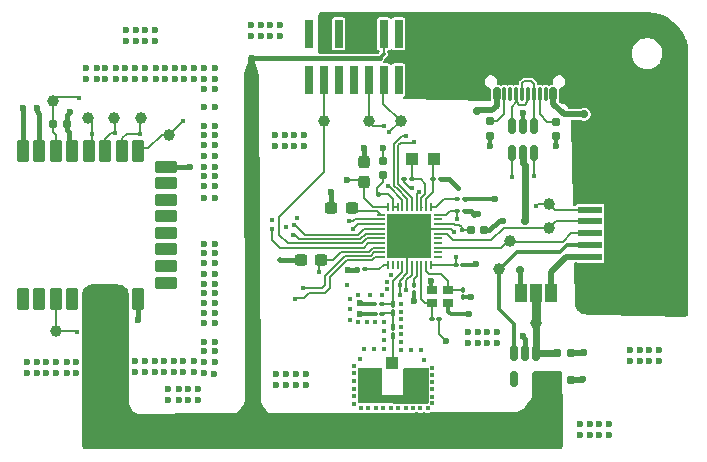
<source format=gtl>
G04 #@! TF.GenerationSoftware,KiCad,Pcbnew,9.0.1*
G04 #@! TF.CreationDate,2025-08-05T19:10:54+03:00*
G04 #@! TF.ProjectId,com_board,636f6d5f-626f-4617-9264-2e6b69636164,rev?*
G04 #@! TF.SameCoordinates,Original*
G04 #@! TF.FileFunction,Copper,L1,Top*
G04 #@! TF.FilePolarity,Positive*
%FSLAX46Y46*%
G04 Gerber Fmt 4.6, Leading zero omitted, Abs format (unit mm)*
G04 Created by KiCad (PCBNEW 9.0.1) date 2025-08-05 19:10:54*
%MOMM*%
%LPD*%
G01*
G04 APERTURE LIST*
G04 Aperture macros list*
%AMRoundRect*
0 Rectangle with rounded corners*
0 $1 Rounding radius*
0 $2 $3 $4 $5 $6 $7 $8 $9 X,Y pos of 4 corners*
0 Add a 4 corners polygon primitive as box body*
4,1,4,$2,$3,$4,$5,$6,$7,$8,$9,$2,$3,0*
0 Add four circle primitives for the rounded corners*
1,1,$1+$1,$2,$3*
1,1,$1+$1,$4,$5*
1,1,$1+$1,$6,$7*
1,1,$1+$1,$8,$9*
0 Add four rect primitives between the rounded corners*
20,1,$1+$1,$2,$3,$4,$5,0*
20,1,$1+$1,$4,$5,$6,$7,0*
20,1,$1+$1,$6,$7,$8,$9,0*
20,1,$1+$1,$8,$9,$2,$3,0*%
G04 Aperture macros list end*
G04 #@! TA.AperFunction,SMDPad,CuDef*
%ADD10R,1.050000X1.100000*%
G04 #@! TD*
G04 #@! TA.AperFunction,SMDPad,CuDef*
%ADD11RoundRect,0.155000X-0.212500X-0.155000X0.212500X-0.155000X0.212500X0.155000X-0.212500X0.155000X0*%
G04 #@! TD*
G04 #@! TA.AperFunction,SMDPad,CuDef*
%ADD12RoundRect,0.100000X-0.100000X0.217500X-0.100000X-0.217500X0.100000X-0.217500X0.100000X0.217500X0*%
G04 #@! TD*
G04 #@! TA.AperFunction,SMDPad,CuDef*
%ADD13RoundRect,0.237500X0.237500X-0.300000X0.237500X0.300000X-0.237500X0.300000X-0.237500X-0.300000X0*%
G04 #@! TD*
G04 #@! TA.AperFunction,SMDPad,CuDef*
%ADD14R,1.100000X2.250000*%
G04 #@! TD*
G04 #@! TA.AperFunction,SMDPad,CuDef*
%ADD15R,0.740000X2.400000*%
G04 #@! TD*
G04 #@! TA.AperFunction,SMDPad,CuDef*
%ADD16RoundRect,0.155000X0.155000X-0.212500X0.155000X0.212500X-0.155000X0.212500X-0.155000X-0.212500X0*%
G04 #@! TD*
G04 #@! TA.AperFunction,SMDPad,CuDef*
%ADD17RoundRect,0.100000X-0.100000X0.130000X-0.100000X-0.130000X0.100000X-0.130000X0.100000X0.130000X0*%
G04 #@! TD*
G04 #@! TA.AperFunction,SMDPad,CuDef*
%ADD18RoundRect,0.100000X0.130000X0.100000X-0.130000X0.100000X-0.130000X-0.100000X0.130000X-0.100000X0*%
G04 #@! TD*
G04 #@! TA.AperFunction,SMDPad,CuDef*
%ADD19RoundRect,0.160000X0.160000X-0.197500X0.160000X0.197500X-0.160000X0.197500X-0.160000X-0.197500X0*%
G04 #@! TD*
G04 #@! TA.AperFunction,SMDPad,CuDef*
%ADD20RoundRect,0.100000X-0.130000X-0.100000X0.130000X-0.100000X0.130000X0.100000X-0.130000X0.100000X0*%
G04 #@! TD*
G04 #@! TA.AperFunction,SMDPad,CuDef*
%ADD21RoundRect,0.150000X0.350000X-0.800000X0.350000X0.800000X-0.350000X0.800000X-0.350000X-0.800000X0*%
G04 #@! TD*
G04 #@! TA.AperFunction,SMDPad,CuDef*
%ADD22RoundRect,0.150000X0.800000X0.350000X-0.800000X0.350000X-0.800000X-0.350000X0.800000X-0.350000X0*%
G04 #@! TD*
G04 #@! TA.AperFunction,SMDPad,CuDef*
%ADD23RoundRect,0.150000X-0.350000X0.800000X-0.350000X-0.800000X0.350000X-0.800000X0.350000X0.800000X0*%
G04 #@! TD*
G04 #@! TA.AperFunction,SMDPad,CuDef*
%ADD24C,1.000000*%
G04 #@! TD*
G04 #@! TA.AperFunction,SMDPad,CuDef*
%ADD25RoundRect,0.150000X-0.150000X0.512500X-0.150000X-0.512500X0.150000X-0.512500X0.150000X0.512500X0*%
G04 #@! TD*
G04 #@! TA.AperFunction,SMDPad,CuDef*
%ADD26R,0.900000X0.800000*%
G04 #@! TD*
G04 #@! TA.AperFunction,SMDPad,CuDef*
%ADD27RoundRect,0.150000X0.150000X0.425000X-0.150000X0.425000X-0.150000X-0.425000X0.150000X-0.425000X0*%
G04 #@! TD*
G04 #@! TA.AperFunction,SMDPad,CuDef*
%ADD28RoundRect,0.075000X0.075000X0.500000X-0.075000X0.500000X-0.075000X-0.500000X0.075000X-0.500000X0*%
G04 #@! TD*
G04 #@! TA.AperFunction,SMDPad,CuDef*
%ADD29RoundRect,0.250000X0.840000X0.750000X-0.840000X0.750000X-0.840000X-0.750000X0.840000X-0.750000X0*%
G04 #@! TD*
G04 #@! TA.AperFunction,SMDPad,CuDef*
%ADD30R,2.000000X0.610000*%
G04 #@! TD*
G04 #@! TA.AperFunction,SMDPad,CuDef*
%ADD31R,3.600000X2.680000*%
G04 #@! TD*
G04 #@! TA.AperFunction,SMDPad,CuDef*
%ADD32RoundRect,0.160000X-0.197500X-0.160000X0.197500X-0.160000X0.197500X0.160000X-0.197500X0.160000X0*%
G04 #@! TD*
G04 #@! TA.AperFunction,SMDPad,CuDef*
%ADD33R,0.200000X0.800000*%
G04 #@! TD*
G04 #@! TA.AperFunction,SMDPad,CuDef*
%ADD34R,0.800000X0.200000*%
G04 #@! TD*
G04 #@! TA.AperFunction,SMDPad,CuDef*
%ADD35R,3.700000X3.700000*%
G04 #@! TD*
G04 #@! TA.AperFunction,SMDPad,CuDef*
%ADD36R,1.000000X1.500000*%
G04 #@! TD*
G04 #@! TA.AperFunction,SMDPad,CuDef*
%ADD37RoundRect,0.237500X0.300000X0.237500X-0.300000X0.237500X-0.300000X-0.237500X0.300000X-0.237500X0*%
G04 #@! TD*
G04 #@! TA.AperFunction,ViaPad*
%ADD38C,0.600000*%
G04 #@! TD*
G04 #@! TA.AperFunction,ViaPad*
%ADD39C,0.450000*%
G04 #@! TD*
G04 #@! TA.AperFunction,ViaPad*
%ADD40C,0.500000*%
G04 #@! TD*
G04 #@! TA.AperFunction,ViaPad*
%ADD41C,0.700000*%
G04 #@! TD*
G04 #@! TA.AperFunction,Conductor*
%ADD42C,0.150000*%
G04 #@! TD*
G04 #@! TA.AperFunction,Conductor*
%ADD43C,0.400000*%
G04 #@! TD*
G04 #@! TA.AperFunction,Conductor*
%ADD44C,0.200000*%
G04 #@! TD*
G04 #@! TA.AperFunction,Conductor*
%ADD45C,0.500000*%
G04 #@! TD*
G04 #@! TA.AperFunction,Conductor*
%ADD46C,0.300000*%
G04 #@! TD*
G04 #@! TA.AperFunction,Conductor*
%ADD47C,0.350000*%
G04 #@! TD*
G04 #@! TA.AperFunction,Conductor*
%ADD48C,0.600000*%
G04 #@! TD*
G04 #@! TA.AperFunction,Conductor*
%ADD49C,0.156000*%
G04 #@! TD*
G04 #@! TA.AperFunction,Conductor*
%ADD50C,0.800000*%
G04 #@! TD*
G04 APERTURE END LIST*
D10*
G04 #@! TO.P,Y1,1,1*
G04 #@! TO.N,Net-(IC1-P0.01)*
X130065000Y-98920000D03*
G04 #@! TO.P,Y1,2,2*
G04 #@! TO.N,Net-(IC1-P0.00)*
X131915000Y-98920000D03*
G04 #@! TD*
D11*
G04 #@! TO.P,C17,1*
G04 #@! TO.N,3.3V_VDD*
X142392500Y-117600000D03*
G04 #@! TO.P,C17,2*
G04 #@! TO.N,GND*
X143527500Y-117600000D03*
G04 #@! TD*
D12*
G04 #@! TO.P,L1,1,1*
G04 #@! TO.N,Net-(IC1-ANT)*
X128489995Y-111190003D03*
G04 #@! TO.P,L1,2,2*
G04 #@! TO.N,Net-(C15-Pad1)*
X128490003Y-112005005D03*
G04 #@! TD*
D13*
G04 #@! TO.P,C10,1*
G04 #@! TO.N,VBUS*
X126040001Y-100892503D03*
G04 #@! TO.P,C10,2*
G04 #@! TO.N,GND*
X126039999Y-99167497D03*
G04 #@! TD*
D11*
G04 #@! TO.P,C18,1*
G04 #@! TO.N,Net-(JP1-C)*
X142392502Y-115320001D03*
G04 #@! TO.P,C18,2*
G04 #@! TO.N,GND*
X143527498Y-115319999D03*
G04 #@! TD*
D14*
G04 #@! TO.P,J3,1,GND*
G04 #@! TO.N,GND*
X129915004Y-117740003D03*
G04 #@! TO.P,J3,2,GND*
X126965002Y-117740007D03*
D10*
G04 #@! TO.P,J3,3,SIG*
G04 #@! TO.N,Net-(J3-SIG)*
X128439999Y-116190004D03*
G04 #@! TD*
D15*
G04 #@! TO.P,J2,1,NC*
G04 #@! TO.N,unconnected-(J2-NC-Pad1)*
X128960001Y-88340009D03*
G04 #@! TO.P,J2,2,NC*
G04 #@! TO.N,unconnected-(J2-NC-Pad2)*
X128960003Y-92240011D03*
G04 #@! TO.P,J2,3,VCC*
G04 #@! TO.N,3.3V_VDD*
X127690014Y-88340014D03*
G04 #@! TO.P,J2,4,JTMS/SWDIO*
G04 #@! TO.N,/SWDIO*
X127690012Y-92240005D03*
G04 #@! TO.P,J2,5,GND*
G04 #@! TO.N,GND*
X126420008Y-88340008D03*
G04 #@! TO.P,J2,6,JCLK/SWCLK*
G04 #@! TO.N,/SWDCLK*
X126420013Y-92240011D03*
G04 #@! TO.P,J2,7,GND*
G04 #@! TO.N,GND*
X125150009Y-88340005D03*
G04 #@! TO.P,J2,8,JTDO/SWO*
G04 #@! TO.N,unconnected-(J2-JTDO{slash}SWO-Pad8)*
X125150005Y-92240009D03*
G04 #@! TO.P,J2,9,JRCLK/NC*
G04 #@! TO.N,unconnected-(J2-JRCLK{slash}NC-Pad9)*
X123880001Y-88340003D03*
G04 #@! TO.P,J2,10,JTDI/NC*
G04 #@! TO.N,unconnected-(J2-JTDI{slash}NC-Pad10)*
X123880006Y-92240006D03*
G04 #@! TO.P,J2,11,GNDDetect*
G04 #@! TO.N,GND*
X122610002Y-88340009D03*
G04 #@! TO.P,J2,12,~{RST}*
G04 #@! TO.N,/nRST*
X122610000Y-92240000D03*
G04 #@! TO.P,J2,13,VCP_RX*
G04 #@! TO.N,unconnected-(J2-VCP_RX-Pad13)*
X121340011Y-88340003D03*
G04 #@! TO.P,J2,14,VCP_TX*
G04 #@! TO.N,unconnected-(J2-VCP_TX-Pad14)*
X121340013Y-92240005D03*
G04 #@! TD*
D16*
G04 #@! TO.P,C8,1*
G04 #@! TO.N,3.3V_VDD*
X127630000Y-100257498D03*
G04 #@! TO.P,C8,2*
G04 #@! TO.N,GND*
X127630000Y-99122502D03*
G04 #@! TD*
D17*
G04 #@! TO.P,C3,1*
G04 #@! TO.N,Net-(IC1-XC2)*
X134450001Y-110009998D03*
G04 #@! TO.P,C3,2*
G04 #@! TO.N,GND*
X134449995Y-110649998D03*
G04 #@! TD*
D18*
G04 #@! TO.P,C14,1*
G04 #@! TO.N,Net-(IC1-ANT)*
X127539997Y-111170012D03*
G04 #@! TO.P,C14,2*
G04 #@! TO.N,GND*
X126900001Y-111170002D03*
G04 #@! TD*
D19*
G04 #@! TO.P,R1,1*
G04 #@! TO.N,GND*
X142280000Y-96987500D03*
G04 #@! TO.P,R1,2*
G04 #@! TO.N,Net-(J1-CC1)*
X142280000Y-95792500D03*
G04 #@! TD*
D20*
G04 #@! TO.P,C7,1*
G04 #@! TO.N,Net-(IC1-DEC1)*
X133919999Y-102339993D03*
G04 #@! TO.P,C7,2*
G04 #@! TO.N,GND*
X134559997Y-102340001D03*
G04 #@! TD*
D21*
G04 #@! TO.P,U1,1,EXTON*
G04 #@! TO.N,unconnected-(U1-EXTON-Pad1)*
X97135000Y-110740000D03*
G04 #@! TO.P,U1,2,WAKEUP*
G04 #@! TO.N,unconnected-(U1-WAKEUP-Pad2)*
X98535000Y-110740000D03*
G04 #@! TO.P,U1,3,RSTn*
G04 #@! TO.N,/BU-01_RSTn*
X99935000Y-110740000D03*
G04 #@! TO.P,U1,4,GPIO7*
G04 #@! TO.N,unconnected-(U1-GPIO7-Pad4)*
X101335000Y-110740001D03*
G04 #@! TO.P,U1,5,VDDAON*
G04 #@! TO.N,3.3V_VDD*
X102735000Y-110740000D03*
G04 #@! TO.P,U1,6,VDD3V3*
X104135000Y-110739999D03*
G04 #@! TO.P,U1,7,VDD3V3*
X105535000Y-110739999D03*
G04 #@! TO.P,U1,8,VSS*
G04 #@! TO.N,GND*
X106935000Y-110740000D03*
D22*
G04 #@! TO.P,U1,9,GPIO6*
G04 #@! TO.N,unconnected-(U1-GPIO6-Pad9)*
X109235000Y-109389999D03*
G04 #@! TO.P,U1,10,GPIO5*
G04 #@! TO.N,unconnected-(U1-GPIO5-Pad10)*
X109234999Y-107989999D03*
G04 #@! TO.P,U1,11,GPIO4*
G04 #@! TO.N,unconnected-(U1-GPIO4-Pad11)*
X109234999Y-106590001D03*
G04 #@! TO.P,U1,12,GPIO3*
G04 #@! TO.N,unconnected-(U1-GPIO3-Pad12)*
X109235000Y-105190002D03*
G04 #@! TO.P,U1,13,GPIO2*
G04 #@! TO.N,unconnected-(U1-GPIO2-Pad13)*
X109235000Y-103790000D03*
G04 #@! TO.P,U1,14,GPIO1*
G04 #@! TO.N,unconnected-(U1-GPIO1-Pad14)*
X109235000Y-102390000D03*
G04 #@! TO.P,U1,15,GPIO0*
G04 #@! TO.N,unconnected-(U1-GPIO0-Pad15)*
X109235000Y-100990001D03*
G04 #@! TO.P,U1,16,VSS*
G04 #@! TO.N,GND*
X109235000Y-99590001D03*
D23*
G04 #@! TO.P,U1,17,SPICSn*
G04 #@! TO.N,/SPI_CS*
X106935002Y-98239999D03*
G04 #@! TO.P,U1,18,SPIMOSI*
G04 #@! TO.N,/SPI_MOSI*
X105535001Y-98240000D03*
G04 #@! TO.P,U1,19,SPIMISO*
G04 #@! TO.N,/SPI_MISO*
X104134999Y-98240000D03*
G04 #@! TO.P,U1,20,SPICLK*
G04 #@! TO.N,/SPI_CLK*
X102734998Y-98240001D03*
G04 #@! TO.P,U1,21,VSS*
G04 #@! TO.N,GND*
X101335000Y-98239999D03*
G04 #@! TO.P,U1,22,IRQ/GPIO8*
G04 #@! TO.N,/BU-01_IRQ*
X99935001Y-98239999D03*
G04 #@! TO.P,U1,23,VSS*
G04 #@! TO.N,GND*
X98535001Y-98240000D03*
G04 #@! TO.P,U1,24,VSS*
X97135000Y-98240000D03*
G04 #@! TD*
D24*
G04 #@! TO.P,TP2,1,1*
G04 #@! TO.N,/SWDCLK*
X126430005Y-95700006D03*
G04 #@! TD*
D20*
G04 #@! TO.P,C5,1*
G04 #@! TO.N,3.3V_VDD*
X133800000Y-107889996D03*
G04 #@! TO.P,C5,2*
G04 #@! TO.N,GND*
X134439998Y-107890004D03*
G04 #@! TD*
D24*
G04 #@! TO.P,TP4,1,1*
G04 #@! TO.N,3.3V_VDD*
X141030000Y-120200000D03*
G04 #@! TD*
D25*
G04 #@! TO.P,U2,1,I/O1*
G04 #@! TO.N,Net-(J1-D--PadA7)*
X140432500Y-96112502D03*
G04 #@! TO.P,U2,2,GND*
G04 #@! TO.N,GND*
X139482501Y-96112501D03*
G04 #@! TO.P,U2,3,I/O2*
G04 #@! TO.N,Net-(J1-D+-PadA6)*
X138532500Y-96112498D03*
G04 #@! TO.P,U2,4,I/O2*
G04 #@! TO.N,/UBS_D+*
X138532502Y-98387498D03*
G04 #@! TO.P,U2,5,VBUS*
G04 #@! TO.N,VBUS*
X139482501Y-98387499D03*
G04 #@! TO.P,U2,6,I/O1*
G04 #@! TO.N,/UBS_D-*
X140432502Y-98387502D03*
G04 #@! TD*
D24*
G04 #@! TO.P,TP7,1,1*
G04 #@! TO.N,/UART_TX*
X141710000Y-102700000D03*
G04 #@! TD*
D17*
G04 #@! TO.P,C11,1*
G04 #@! TO.N,Net-(IC1-DEC3)*
X130250003Y-109619996D03*
G04 #@! TO.P,C11,2*
G04 #@! TO.N,GND*
X130249997Y-110259996D03*
G04 #@! TD*
D20*
G04 #@! TO.P,C6,1*
G04 #@! TO.N,3.3V_VDD*
X133940001Y-103369996D03*
G04 #@! TO.P,C6,2*
G04 #@! TO.N,GND*
X134579999Y-103370004D03*
G04 #@! TD*
D18*
G04 #@! TO.P,C16,1*
G04 #@! TO.N,Net-(IC1-DEC5)*
X126099998Y-108280005D03*
G04 #@! TO.P,C16,2*
G04 #@! TO.N,GND*
X125460002Y-108279995D03*
G04 #@! TD*
D24*
G04 #@! TO.P,TP17,1,1*
G04 #@! TO.N,/INT*
X138400000Y-105870000D03*
G04 #@! TD*
D18*
G04 #@! TO.P,C2,1*
G04 #@! TO.N,Net-(IC1-P0.01)*
X130069999Y-100650003D03*
G04 #@! TO.P,C2,2*
G04 #@! TO.N,GND*
X129430003Y-100649993D03*
G04 #@! TD*
D24*
G04 #@! TO.P,TP12,1,1*
G04 #@! TO.N,/BU-01_RSTn*
X99950000Y-113510000D03*
G04 #@! TD*
G04 #@! TO.P,TP9,1,1*
G04 #@! TO.N,/SPI_MOSI*
X107140000Y-95480000D03*
G04 #@! TD*
D26*
G04 #@! TO.P,Y2,1,1*
G04 #@! TO.N,Net-(IC1-XC1)*
X131769998Y-111100001D03*
G04 #@! TO.P,Y2,2,2*
G04 #@! TO.N,GND*
X133169998Y-111100001D03*
G04 #@! TO.P,Y2,3,3*
G04 #@! TO.N,Net-(IC1-XC2)*
X133169998Y-110000001D03*
G04 #@! TO.P,Y2,4,4*
G04 #@! TO.N,GND*
X131769998Y-110000001D03*
G04 #@! TD*
D27*
G04 #@! TO.P,J1,A1,GND*
G04 #@! TO.N,GND*
X142860000Y-93449995D03*
G04 #@! TO.P,J1,A4,VBUS*
G04 #@! TO.N,VBUS*
X142060001Y-93450000D03*
D28*
G04 #@! TO.P,J1,A5,CC1*
G04 #@! TO.N,Net-(J1-CC1)*
X140910002Y-93449996D03*
G04 #@! TO.P,J1,A6,D+*
G04 #@! TO.N,Net-(J1-D+-PadA6)*
X139910001Y-93449996D03*
G04 #@! TO.P,J1,A7,D-*
G04 #@! TO.N,Net-(J1-D--PadA7)*
X139410000Y-93450000D03*
G04 #@! TO.P,J1,A8,SBU1*
G04 #@! TO.N,unconnected-(J1-SBU1-PadA8)*
X138410002Y-93449997D03*
D27*
G04 #@! TO.P,J1,A9,VBUS*
G04 #@! TO.N,VBUS*
X137260002Y-93449995D03*
G04 #@! TO.P,J1,A12,GND*
G04 #@! TO.N,GND*
X136459999Y-93449998D03*
G04 #@! TO.P,J1,B1,GND*
X136459999Y-93449998D03*
G04 #@! TO.P,J1,B4,VBUS*
G04 #@! TO.N,VBUS*
X137260002Y-93449995D03*
D28*
G04 #@! TO.P,J1,B5,CC2*
G04 #@! TO.N,Net-(J1-CC2)*
X137910001Y-93449995D03*
G04 #@! TO.P,J1,B6,D+*
G04 #@! TO.N,Net-(J1-D+-PadA6)*
X138909997Y-93449997D03*
G04 #@! TO.P,J1,B7,D-*
G04 #@! TO.N,Net-(J1-D--PadA7)*
X140410000Y-93449998D03*
G04 #@! TO.P,J1,B8,SBU2*
G04 #@! TO.N,unconnected-(J1-SBU2-PadB8)*
X141410002Y-93449999D03*
D27*
G04 #@! TO.P,J1,B9,VBUS*
G04 #@! TO.N,VBUS*
X142060001Y-93450000D03*
G04 #@! TO.P,J1,B12,GND*
G04 #@! TO.N,GND*
X142860000Y-93449995D03*
D29*
G04 #@! TO.P,J1,S1,SHIELD*
X144770001Y-88944995D03*
X144770000Y-92874998D03*
X134550002Y-92874996D03*
X134550001Y-88945001D03*
G04 #@! TD*
D20*
G04 #@! TO.P,C1,1*
G04 #@! TO.N,Net-(IC1-P0.00)*
X131900002Y-100649997D03*
G04 #@! TO.P,C1,2*
G04 #@! TO.N,GND*
X132540000Y-100650005D03*
G04 #@! TD*
D24*
G04 #@! TO.P,TP6,1,1*
G04 #@! TO.N,/UART_RX*
X141710000Y-104770000D03*
G04 #@! TD*
G04 #@! TO.P,TP3,1,1*
G04 #@! TO.N,/SWDIO*
X129120007Y-95700005D03*
G04 #@! TD*
G04 #@! TO.P,TP5,1,1*
G04 #@! TO.N,Net-(JP1-C)*
X140580000Y-112820000D03*
G04 #@! TD*
D30*
G04 #@! TO.P,UART_conn1,1,Pin_1*
G04 #@! TO.N,5V_VDD*
X145180000Y-107209998D03*
G04 #@! TO.P,UART_conn1,2,Pin_2*
G04 #@! TO.N,/POWER_EN*
X145179998Y-106209995D03*
G04 #@! TO.P,UART_conn1,3,Pin_3*
G04 #@! TO.N,/INT*
X145179999Y-105209999D03*
G04 #@! TO.P,UART_conn1,4,Pin_4*
G04 #@! TO.N,/UART_RX*
X145179999Y-104209999D03*
G04 #@! TO.P,UART_conn1,5,Pin_5*
G04 #@! TO.N,/UART_TX*
X145180000Y-103210000D03*
G04 #@! TO.P,UART_conn1,6,Pin_6*
G04 #@! TO.N,GND*
X145180000Y-102209999D03*
D31*
G04 #@! TO.P,UART_conn1,MP,MountPin*
X147980000Y-110199998D03*
X147980000Y-99219998D03*
G04 #@! TD*
D12*
G04 #@! TO.P,L2,1,1*
G04 #@! TO.N,Net-(C15-Pad1)*
X128499994Y-113112506D03*
G04 #@! TO.P,L2,2,2*
G04 #@! TO.N,Net-(J3-SIG)*
X128500002Y-113927508D03*
G04 #@! TD*
D20*
G04 #@! TO.P,C4,1*
G04 #@! TO.N,Net-(IC1-XC1)*
X131775002Y-112479997D03*
G04 #@! TO.P,C4,2*
G04 #@! TO.N,GND*
X132415000Y-112480005D03*
G04 #@! TD*
D24*
G04 #@! TO.P,TP8,1,1*
G04 #@! TO.N,/SPI_MISO*
X104890000Y-95480000D03*
G04 #@! TD*
D32*
G04 #@! TO.P,R3,1*
G04 #@! TO.N,/BU-01_IRQ*
X99672500Y-95960000D03*
G04 #@! TO.P,R3,2*
G04 #@! TO.N,GND*
X100867500Y-95960000D03*
G04 #@! TD*
D18*
G04 #@! TO.P,C15,1*
G04 #@! TO.N,Net-(C15-Pad1)*
X127559997Y-112030009D03*
G04 #@! TO.P,C15,2*
G04 #@! TO.N,GND*
X126920001Y-112029999D03*
G04 #@! TD*
D25*
G04 #@! TO.P,U5,1,VIN*
G04 #@! TO.N,Net-(JP1-C)*
X140592500Y-115322502D03*
G04 #@! TO.P,U5,2,GND*
G04 #@! TO.N,GND*
X139642501Y-115322501D03*
G04 #@! TO.P,U5,3,EN*
G04 #@! TO.N,/POWER_EN*
X138692500Y-115322498D03*
G04 #@! TO.P,U5,4,NC*
G04 #@! TO.N,unconnected-(U5-NC-Pad4)*
X138692502Y-117597498D03*
G04 #@! TO.P,U5,5,VOUT*
G04 #@! TO.N,3.3V_VDD*
X140592502Y-117597502D03*
G04 #@! TD*
D33*
G04 #@! TO.P,IC1,1,DEC1*
G04 #@! TO.N,Net-(IC1-DEC1)*
X131679998Y-102990003D03*
G04 #@! TO.P,IC1,2,P0.00*
G04 #@! TO.N,Net-(IC1-P0.00)*
X131279998Y-102990001D03*
G04 #@! TO.P,IC1,3,P0.01*
G04 #@! TO.N,Net-(IC1-P0.01)*
X130880002Y-102990002D03*
G04 #@! TO.P,IC1,4,P0.04*
G04 #@! TO.N,/UART_TX*
X130479999Y-102990002D03*
G04 #@! TO.P,IC1,5,P0.05*
G04 #@! TO.N,/BU-01_IRQ*
X130080000Y-102990000D03*
G04 #@! TO.P,IC1,6,P0.06*
G04 #@! TO.N,/SPI_CS*
X129679999Y-102990003D03*
G04 #@! TO.P,IC1,7,P0.07*
G04 #@! TO.N,/BU-01_RSTn*
X129280001Y-102990002D03*
G04 #@! TO.P,IC1,8,VDD_1*
G04 #@! TO.N,3.3V_VDD*
X128880000Y-102990000D03*
G04 #@! TO.P,IC1,9,VDDH*
X128480001Y-102989996D03*
G04 #@! TO.P,IC1,10,VBUS*
G04 #@! TO.N,VBUS*
X128079997Y-102989999D03*
D34*
G04 #@! TO.P,IC1,11,DECUSB*
G04 #@! TO.N,Net-(IC1-DECUSB)*
X127430003Y-103640002D03*
G04 #@! TO.P,IC1,12,D-*
G04 #@! TO.N,/UBS_D-*
X127430001Y-104040002D03*
G04 #@! TO.P,IC1,13,D+*
G04 #@! TO.N,/UBS_D+*
X127430002Y-104439998D03*
G04 #@! TO.P,IC1,14,P0.14*
G04 #@! TO.N,/SPI_MOSI*
X127430002Y-104840001D03*
G04 #@! TO.P,IC1,15,P0.15*
G04 #@! TO.N,/SPI_CLK*
X127430000Y-105240000D03*
G04 #@! TO.P,IC1,16,P0.18*
G04 #@! TO.N,/nRST*
X127430003Y-105640001D03*
G04 #@! TO.P,IC1,17,P0.20*
G04 #@! TO.N,/SPI_MISO*
X127430002Y-106039999D03*
G04 #@! TO.P,IC1,18,VDD_2*
G04 #@! TO.N,3.3V_VDD*
X127430000Y-106440000D03*
G04 #@! TO.P,IC1,19,SWDIO*
G04 #@! TO.N,/SWDIO*
X127429996Y-106839999D03*
G04 #@! TO.P,IC1,20,SWDCLK*
G04 #@! TO.N,/SWDCLK*
X127429999Y-107240003D03*
D33*
G04 #@! TO.P,IC1,21,DEC5*
G04 #@! TO.N,Net-(IC1-DEC5)*
X128080002Y-107889997D03*
G04 #@! TO.P,IC1,22,P0.16*
G04 #@! TO.N,unconnected-(IC1-P0.16-Pad22)*
X128480002Y-107889999D03*
G04 #@! TO.P,IC1,23,P0.17*
G04 #@! TO.N,unconnected-(IC1-P0.17-Pad23)*
X128879998Y-107889998D03*
G04 #@! TO.P,IC1,24,ANT*
G04 #@! TO.N,Net-(IC1-ANT)*
X129280001Y-107889998D03*
G04 #@! TO.P,IC1,25,VSS_PA*
G04 #@! TO.N,GND*
X129680000Y-107890000D03*
G04 #@! TO.P,IC1,26,DEC6*
G04 #@! TO.N,Net-(IC1-DEC4)*
X130080001Y-107889997D03*
G04 #@! TO.P,IC1,27,DEC3*
G04 #@! TO.N,Net-(IC1-DEC3)*
X130479999Y-107889998D03*
G04 #@! TO.P,IC1,28,XC1*
G04 #@! TO.N,Net-(IC1-XC1)*
X130880000Y-107890000D03*
G04 #@! TO.P,IC1,29,XC2*
G04 #@! TO.N,Net-(IC1-XC2)*
X131279999Y-107890004D03*
G04 #@! TO.P,IC1,30,VDD_3*
G04 #@! TO.N,3.3V_VDD*
X131680003Y-107890001D03*
D34*
G04 #@! TO.P,IC1,31,P0.08*
G04 #@! TO.N,unconnected-(IC1-P0.08-Pad31)*
X132329997Y-107239998D03*
G04 #@! TO.P,IC1,32,P0.29*
G04 #@! TO.N,unconnected-(IC1-P0.29-Pad32)*
X132329999Y-106839998D03*
G04 #@! TO.P,IC1,33,P0.30*
G04 #@! TO.N,/INT*
X132329998Y-106440002D03*
G04 #@! TO.P,IC1,34,P0.28*
G04 #@! TO.N,unconnected-(IC1-P0.28-Pad34)*
X132329998Y-106039999D03*
G04 #@! TO.P,IC1,35,P0.03*
G04 #@! TO.N,unconnected-(IC1-P0.03-Pad35)*
X132330000Y-105640000D03*
G04 #@! TO.P,IC1,36,P0.02*
G04 #@! TO.N,/UART_RX*
X132329997Y-105239999D03*
G04 #@! TO.P,IC1,37,VSS*
G04 #@! TO.N,GND*
X132329998Y-104840001D03*
G04 #@! TO.P,IC1,38,DEC4*
G04 #@! TO.N,Net-(IC1-DEC4)*
X132330000Y-104440000D03*
G04 #@! TO.P,IC1,39,DCC*
G04 #@! TO.N,unconnected-(IC1-DCC-Pad39)*
X132330004Y-104040001D03*
G04 #@! TO.P,IC1,40,VDD_4*
G04 #@! TO.N,3.3V_VDD*
X132330001Y-103639997D03*
D35*
G04 #@! TO.P,IC1,41,EP*
G04 #@! TO.N,GND*
X129880000Y-105440000D03*
G04 #@! TD*
D24*
G04 #@! TO.P,TP13,1,1*
G04 #@! TO.N,/BU-01_IRQ*
X99690000Y-94050000D03*
G04 #@! TD*
D36*
G04 #@! TO.P,JP1,1,A*
G04 #@! TO.N,5V_VDD*
X141880000Y-110260000D03*
G04 #@! TO.P,JP1,2,C*
G04 #@! TO.N,Net-(JP1-C)*
X140579999Y-110260003D03*
G04 #@! TO.P,JP1,3,B*
G04 #@! TO.N,VBUS*
X139279998Y-110260006D03*
G04 #@! TD*
D24*
G04 #@! TO.P,TP11,1,1*
G04 #@! TO.N,/SPI_CS*
X109530000Y-96860000D03*
G04 #@! TD*
G04 #@! TO.P,TP10,1,1*
G04 #@! TO.N,/SPI_CLK*
X102650000Y-95480000D03*
G04 #@! TD*
D11*
G04 #@! TO.P,C12,1*
G04 #@! TO.N,Net-(IC1-DEC4)*
X135052502Y-104920001D03*
G04 #@! TO.P,C12,2*
G04 #@! TO.N,GND*
X136187498Y-104919999D03*
G04 #@! TD*
D19*
G04 #@! TO.P,R2,1*
G04 #@! TO.N,GND*
X136660000Y-96947500D03*
G04 #@! TO.P,R2,2*
G04 #@! TO.N,Net-(J1-CC2)*
X136660000Y-95752500D03*
G04 #@! TD*
D37*
G04 #@! TO.P,C13,1*
G04 #@! TO.N,Net-(IC1-DECUSB)*
X124972503Y-103109999D03*
G04 #@! TO.P,C13,2*
G04 #@! TO.N,GND*
X123247497Y-103110001D03*
G04 #@! TD*
D24*
G04 #@! TO.P,TP1,1,1*
G04 #@! TO.N,/nRST*
X122620004Y-95700010D03*
G04 #@! TD*
D37*
G04 #@! TO.P,C9,1*
G04 #@! TO.N,3.3V_VDD*
X122382503Y-107459999D03*
G04 #@! TO.P,C9,2*
G04 #@! TO.N,GND*
X120657497Y-107460001D03*
G04 #@! TD*
D24*
G04 #@! TO.P,TP16,1,1*
G04 #@! TO.N,/POWER_EN*
X137450000Y-108280000D03*
G04 #@! TD*
D38*
G04 #@! TO.N,GND*
X111099999Y-118430000D03*
X135659999Y-114540000D03*
D39*
X133950000Y-101370000D03*
D38*
X112460000Y-111930000D03*
X117299999Y-88530000D03*
X109970000Y-116060001D03*
X112490000Y-100330000D03*
D40*
X149780000Y-95780000D03*
D39*
X126010000Y-115030000D03*
D38*
X111600000Y-116060000D03*
D39*
X126407778Y-120000000D03*
D40*
X152650000Y-95930000D03*
D39*
X125507500Y-110450000D03*
X127663333Y-120000000D03*
D38*
X106699999Y-88010001D03*
X108329999Y-88010000D03*
X113340000Y-117090000D03*
D39*
X129200000Y-113786667D03*
D38*
X148530001Y-116010000D03*
X105840000Y-88940000D03*
X108379999Y-91240000D03*
D39*
X125170000Y-119034000D03*
D38*
X112490000Y-96140000D03*
D39*
X131810000Y-117205625D03*
D38*
X117299999Y-87600001D03*
X121089999Y-117100000D03*
X113420000Y-96140000D03*
X123240000Y-101730000D03*
X135490000Y-107840000D03*
X106630000Y-91230000D03*
D40*
X131540000Y-88050000D03*
D38*
X98320000Y-117060000D03*
X105770001Y-92160000D03*
X145149999Y-121370001D03*
X112460000Y-112790000D03*
X137289999Y-114540000D03*
X97460000Y-116130001D03*
X125649999Y-111130000D03*
X144290000Y-122300000D03*
X119459999Y-117100001D03*
X116439999Y-87600000D03*
X111630000Y-92160000D03*
X113420000Y-97770000D03*
X105000000Y-91230001D03*
X110000000Y-92160000D03*
X111959999Y-119360000D03*
X100850000Y-116120000D03*
D40*
X131550000Y-92850000D03*
D38*
X100850002Y-117050000D03*
X120229999Y-117100000D03*
X113410000Y-102200000D03*
X134960000Y-112040000D03*
X112490000Y-97770000D03*
X146779999Y-122300000D03*
X108329999Y-88940000D03*
X106930000Y-112560000D03*
D39*
X129040000Y-109600000D03*
X126522500Y-110450000D03*
D38*
X112490000Y-106110000D03*
D39*
X125170000Y-116418000D03*
D38*
X130250000Y-110960000D03*
D39*
X130016667Y-115080000D03*
D40*
X147480000Y-95920000D03*
D38*
X144289999Y-121370000D03*
D39*
X129200000Y-111846667D03*
D38*
X108380001Y-92170000D03*
X120989999Y-97840000D03*
X110770000Y-91230000D03*
D39*
X129200000Y-114433333D03*
D38*
X101659999Y-116080000D03*
X113430000Y-92130000D03*
D39*
X131810000Y-116594911D03*
D38*
X103379999Y-91240000D03*
X112470000Y-92120000D03*
D39*
X130070000Y-101344732D03*
D38*
X112510000Y-117020000D03*
X112480000Y-92990000D03*
X98310000Y-94620000D03*
X112450000Y-114460000D03*
X113380000Y-108680000D03*
X98319998Y-116130000D03*
X99140001Y-116130000D03*
X113410000Y-98710000D03*
D39*
X127960000Y-109310000D03*
D38*
X112480000Y-98710000D03*
D39*
X127733333Y-112770000D03*
X131430000Y-120000000D03*
D38*
X104140000Y-91230000D03*
D39*
X125170000Y-117072000D03*
D38*
X118069999Y-87600000D03*
X99990000Y-117050000D03*
D40*
X147800000Y-94140000D03*
D39*
X120390000Y-103920000D03*
D38*
X124670000Y-108320000D03*
D40*
X145079771Y-110163066D03*
D38*
X134799999Y-113610000D03*
X112450000Y-109540000D03*
D40*
X145000000Y-109000000D03*
D38*
X108349999Y-116070000D03*
D39*
X127750000Y-114276667D03*
D38*
X110740001Y-116990000D03*
D39*
X124820000Y-112555000D03*
D38*
X113390000Y-111160000D03*
D39*
X126880000Y-115030000D03*
D38*
X136660000Y-97790000D03*
X107490001Y-116070001D03*
X113380000Y-109540000D03*
X112490000Y-106880000D03*
X113420000Y-101190000D03*
X104140001Y-92160000D03*
X121089999Y-118030000D03*
X109140001Y-92160000D03*
X151020000Y-115080000D03*
X134800000Y-114540000D03*
D40*
X145020000Y-111220000D03*
D39*
X130174444Y-120000000D03*
D38*
X109110001Y-116990000D03*
X137120000Y-102315000D03*
D40*
X152660000Y-110220000D03*
D38*
X112490000Y-91220000D03*
D39*
X131810000Y-117816339D03*
D40*
X118950000Y-107460000D03*
D38*
X111600000Y-116990000D03*
X111100000Y-119360000D03*
X97135000Y-94610000D03*
X127630000Y-97960000D03*
X136430000Y-114540000D03*
X132980000Y-114340000D03*
X106680000Y-116060000D03*
X99140002Y-117060000D03*
X111959999Y-118430000D03*
X135120000Y-110650000D03*
X126040000Y-97990000D03*
D39*
X127960000Y-109940000D03*
D38*
X109469999Y-118430000D03*
D39*
X128291111Y-120000000D03*
X129200000Y-111200000D03*
D38*
X151020000Y-116010000D03*
X148530000Y-115080000D03*
D39*
X127750000Y-113523333D03*
D38*
X106679999Y-116989999D03*
X113410000Y-94520000D03*
X139480000Y-95050000D03*
D39*
X129200000Y-115080000D03*
D38*
X112480000Y-102200000D03*
D39*
X131810000Y-119037767D03*
D38*
X131250000Y-118040000D03*
X107520001Y-91240001D03*
X112490000Y-107740000D03*
X113420000Y-106110000D03*
X103380001Y-92170000D03*
D39*
X131120000Y-115910000D03*
D38*
X112460000Y-111160000D03*
X110329999Y-118430001D03*
X106699999Y-88940000D03*
D39*
X130830000Y-115080000D03*
D38*
X112460000Y-115220000D03*
X125820000Y-118240000D03*
D39*
X129200000Y-112493333D03*
D38*
X112460000Y-116080000D03*
X113410000Y-99570000D03*
D39*
X125170000Y-119688000D03*
D38*
X119359999Y-96910001D03*
X135659999Y-113610001D03*
X112490000Y-96910000D03*
D39*
X125170000Y-118380000D03*
D38*
X99990002Y-116120001D03*
X146779999Y-121370000D03*
X139480000Y-113950000D03*
X144550000Y-117580000D03*
X112460000Y-110300000D03*
X135660000Y-103620000D03*
X113390000Y-110300000D03*
D39*
X130802222Y-120000000D03*
D38*
X125649999Y-112060004D03*
D40*
X152520000Y-98560000D03*
D38*
X145919999Y-121370000D03*
X109470000Y-119360000D03*
D39*
X131810000Y-118427053D03*
D38*
X150160001Y-116010000D03*
X119459999Y-118030000D03*
X116440000Y-88530000D03*
D40*
X152600000Y-100420000D03*
D38*
X113420000Y-107740000D03*
X101140000Y-94940000D03*
X118929999Y-88530000D03*
X149390000Y-115080001D03*
X113380000Y-114460000D03*
X109970000Y-116990000D03*
X137806235Y-104195992D03*
X118500000Y-97840000D03*
D39*
X127750000Y-115030000D03*
D38*
X111630000Y-91230000D03*
D39*
X129200000Y-113140000D03*
D40*
X149860000Y-94250000D03*
D38*
X113420000Y-91220000D03*
D40*
X131530000Y-90220000D03*
D39*
X125680000Y-115830000D03*
D38*
X120230000Y-118030000D03*
X118599999Y-117100000D03*
D39*
X119390000Y-104720000D03*
D38*
X105000000Y-92160000D03*
X145920000Y-122300000D03*
X131730000Y-109270000D03*
X107470000Y-88940000D03*
D39*
X126990000Y-112770000D03*
D38*
X149390000Y-116010000D03*
D39*
X129546667Y-120000000D03*
D38*
X112480000Y-94520000D03*
X145149999Y-122300000D03*
X120989999Y-96910000D03*
X119359999Y-97840000D03*
D39*
X124820000Y-111665000D03*
D38*
X113390000Y-112790000D03*
X118929999Y-87600000D03*
X120130000Y-97840000D03*
X110740000Y-116060000D03*
X112450000Y-108680000D03*
D39*
X131810000Y-119590000D03*
D38*
X102519999Y-92170000D03*
X101660000Y-117010000D03*
D39*
X126246666Y-112770000D03*
D38*
X105770000Y-91230000D03*
X110000000Y-91230001D03*
D39*
X118280000Y-104060000D03*
X124820000Y-110775000D03*
D38*
X118499999Y-96910000D03*
X110329999Y-119360000D03*
X136429999Y-113610000D03*
D40*
X152660000Y-111240000D03*
D38*
X97459998Y-117060000D03*
X111300000Y-99590000D03*
X144670000Y-115310000D03*
X113390000Y-115220000D03*
X113390000Y-116080000D03*
X108350001Y-117000000D03*
X107469999Y-88010000D03*
X107489999Y-117000000D03*
D40*
X152560000Y-103270000D03*
D38*
X105839999Y-88010000D03*
D39*
X133650000Y-105130000D03*
D38*
X137289999Y-113610000D03*
X118600000Y-118030000D03*
D39*
X128300000Y-108710000D03*
X128918889Y-120000000D03*
D38*
X109140000Y-91230000D03*
X150160000Y-115080000D03*
X113420000Y-96910000D03*
X142320000Y-97840000D03*
X110770001Y-92160000D03*
X112490000Y-101190000D03*
D40*
X152600000Y-107780000D03*
D38*
X118070000Y-88530000D03*
D39*
X129060000Y-110440000D03*
D40*
X152580000Y-101970000D03*
D38*
X113390000Y-111930000D03*
D39*
X125170000Y-117726000D03*
D40*
X131559587Y-89133958D03*
D38*
X113420000Y-106880000D03*
X102520001Y-91240001D03*
X112480000Y-99570000D03*
X120129999Y-96910000D03*
D39*
X127035556Y-120000000D03*
D38*
X106630000Y-92160000D03*
D39*
X125780000Y-120000000D03*
D38*
X113420000Y-93000000D03*
X113420000Y-100330000D03*
D40*
X152120000Y-94330000D03*
D39*
X127537500Y-110450000D03*
D40*
X152623707Y-109041670D03*
D38*
X109110000Y-116060000D03*
X107519999Y-92170000D03*
D39*
X125503333Y-112770000D03*
G04 #@! TO.N,3.3V_VDD*
X133800000Y-107240000D03*
D38*
X138740000Y-121900000D03*
X125970000Y-121830000D03*
X124840000Y-122930000D03*
D39*
X122210000Y-108520000D03*
D38*
X142380000Y-120690000D03*
X142380000Y-123000000D03*
X134630000Y-121900000D03*
X133500000Y-122980000D03*
X132390000Y-121880000D03*
X132380000Y-122980000D03*
X124850000Y-121830000D03*
X131260000Y-122980000D03*
X130320000Y-122960000D03*
X129200000Y-122960000D03*
X131270000Y-121880000D03*
X126910000Y-121850000D03*
X123790000Y-122920000D03*
X128030000Y-121850000D03*
D39*
X133900000Y-103970000D03*
D38*
X136690000Y-121900000D03*
X128020000Y-122950000D03*
D39*
X124550000Y-109620000D03*
D38*
X137620000Y-121900000D03*
X126900000Y-122950000D03*
X136680000Y-123000000D03*
X135570000Y-121900000D03*
X130330000Y-121860000D03*
X134620000Y-123000000D03*
X139680000Y-121900000D03*
X139670000Y-123000000D03*
X137610000Y-123000000D03*
D39*
X127190000Y-101900000D03*
D38*
X125960000Y-122930000D03*
X135560000Y-123000000D03*
X129210000Y-121860000D03*
X142380000Y-121900000D03*
X141000000Y-121900000D03*
X140980000Y-123000000D03*
X133510000Y-121880000D03*
X116510000Y-90390000D03*
X123800000Y-121820000D03*
X138730000Y-123000000D03*
D41*
G04 #@! TO.N,VBUS*
X144670000Y-95150000D03*
X135600000Y-94830000D03*
D38*
X124580000Y-100700000D03*
D41*
X139690000Y-104140000D03*
X139240000Y-108330000D03*
D39*
G04 #@! TO.N,Net-(IC1-DEC4)*
X134292504Y-104920001D03*
X129610000Y-110030000D03*
G04 #@! TO.N,/UBS_D-*
X124780000Y-104210000D03*
X140420000Y-100380000D03*
G04 #@! TO.N,/SPI_CLK*
X102970000Y-96790000D03*
X120020000Y-105380000D03*
G04 #@! TO.N,/SPI_MOSI*
X120097300Y-104532418D03*
X107090000Y-96790000D03*
G04 #@! TO.N,/BU-01_RSTn*
X101750000Y-113560000D03*
X128055000Y-101210707D03*
G04 #@! TO.N,/SPI_CS*
X129613000Y-96947000D03*
X110720000Y-95700000D03*
G04 #@! TO.N,/BU-01_IRQ*
X130280000Y-97530000D03*
X101860000Y-93730000D03*
G04 #@! TO.N,/UART_TX*
X130660000Y-101720000D03*
X140580000Y-102880000D03*
G04 #@! TO.N,/UBS_D+*
X138530000Y-100480000D03*
X125070000Y-104830000D03*
G04 #@! TO.N,/SPI_MISO*
X118270000Y-104860000D03*
X104910000Y-96750000D03*
G04 #@! TO.N,/SWDIO*
X120835172Y-109875001D03*
X128170000Y-96680000D03*
G04 #@! TO.N,/SWDCLK*
X127760000Y-96130000D03*
X120170000Y-110740000D03*
G04 #@! TD*
D42*
G04 #@! TO.N,Net-(IC1-P0.00)*
X131900002Y-98934998D02*
X131915000Y-98920000D01*
X131900002Y-100649997D02*
X131900002Y-98934998D01*
X131279998Y-102330002D02*
X131900002Y-101709998D01*
X131279998Y-102990001D02*
X131279998Y-102330002D01*
X131900002Y-101709998D02*
X131900002Y-100649997D01*
G04 #@! TO.N,GND*
X129040000Y-110420000D02*
X129060000Y-110440000D01*
D43*
X98310000Y-94890000D02*
X98310000Y-94620000D01*
D42*
X133360001Y-104840001D02*
X132329998Y-104840001D01*
X129680000Y-107890000D02*
X129680000Y-108580000D01*
D43*
X101335000Y-97989999D02*
X101050000Y-97704999D01*
D44*
X130070000Y-101344732D02*
X129924743Y-101344732D01*
D43*
X133950000Y-101370000D02*
X133230005Y-100650005D01*
X126039999Y-99167497D02*
X126040000Y-97990000D01*
X123240000Y-101730000D02*
X123240000Y-102495006D01*
D42*
X129680000Y-108580000D02*
X129040000Y-109220000D01*
D45*
X144530000Y-117600000D02*
X144550000Y-117580000D01*
D43*
X123247497Y-102502503D02*
X123247497Y-103110001D01*
X144660001Y-115319999D02*
X144670000Y-115310000D01*
X135340000Y-103620000D02*
X135329998Y-103630002D01*
D42*
X129040000Y-109220000D02*
X129040000Y-109600000D01*
D46*
X131730000Y-109960003D02*
X131730000Y-109270000D01*
D43*
X137120000Y-102315000D02*
X137085000Y-102350000D01*
X106935000Y-110990000D02*
X106935000Y-112485000D01*
D46*
X139480000Y-95154998D02*
X139482501Y-95157499D01*
X133169998Y-111879998D02*
X133169998Y-111100001D01*
D44*
X132415000Y-113775000D02*
X132415000Y-112480005D01*
D46*
X125680004Y-112029999D02*
X126920001Y-112029999D01*
X134960000Y-112040000D02*
X134920000Y-112080000D01*
D42*
X129680000Y-105640000D02*
X129680000Y-107890000D01*
D46*
X134970000Y-110650000D02*
X134969998Y-110649998D01*
D44*
X129924743Y-101344732D02*
X129430003Y-100849992D01*
D47*
X137085000Y-102350000D02*
X134569996Y-102350000D01*
D43*
X133230005Y-100650005D02*
X132540000Y-100650005D01*
D42*
X130479999Y-104840001D02*
X132329998Y-104840001D01*
D43*
X135660000Y-103620000D02*
X135340000Y-103620000D01*
X101050000Y-96630000D02*
X100867500Y-96447500D01*
X134569996Y-102350000D02*
X134559997Y-102340001D01*
X100867500Y-95212500D02*
X100867500Y-95960000D01*
X101050000Y-97704999D02*
X101050000Y-96630000D01*
X109485000Y-99590001D02*
X111229999Y-99590001D01*
X125419997Y-108320000D02*
X125460002Y-108279995D01*
X123240000Y-102495006D02*
X123247497Y-102502503D01*
D46*
X130250000Y-110960000D02*
X130250000Y-110850000D01*
D43*
X98535001Y-97990000D02*
X98535001Y-95115001D01*
D46*
X131769998Y-110000001D02*
X131730000Y-109960003D01*
X134920000Y-112080000D02*
X133370000Y-112080000D01*
X126900001Y-111170002D02*
X125869997Y-111170002D01*
D43*
X139642501Y-115322501D02*
X139642501Y-114152501D01*
X97135000Y-94610000D02*
X97135000Y-97990000D01*
D44*
X127630000Y-99122502D02*
X127630000Y-97960000D01*
D46*
X136660000Y-96947500D02*
X136660000Y-97790000D01*
X142280000Y-96987500D02*
X142280000Y-97800000D01*
D44*
X132980000Y-114340000D02*
X132415000Y-113775000D01*
D46*
X133370000Y-112080000D02*
X133169998Y-111879998D01*
D45*
X144550000Y-117580000D02*
X144560000Y-117570000D01*
D43*
X135329998Y-103630002D02*
X135070000Y-103370004D01*
D46*
X139480000Y-95050000D02*
X139480000Y-95154998D01*
D43*
X98535001Y-95115001D02*
X98310000Y-94890000D01*
X124670000Y-108320000D02*
X125419997Y-108320000D01*
D42*
X129880000Y-105440000D02*
X130479999Y-104840001D01*
D43*
X136649999Y-104970001D02*
X136409999Y-104970001D01*
D46*
X142280000Y-97800000D02*
X142320000Y-97840000D01*
D43*
X118950000Y-107460000D02*
X118950001Y-107460001D01*
D46*
X135439996Y-107890004D02*
X135490000Y-107840000D01*
X130250000Y-110850000D02*
X130249997Y-110849997D01*
D43*
X100867500Y-96447500D02*
X100867500Y-95960000D01*
X118950001Y-107460001D02*
X120657497Y-107460001D01*
D46*
X135120000Y-110650000D02*
X134970000Y-110650000D01*
D43*
X101140000Y-94940000D02*
X100867500Y-95212500D01*
D44*
X129430003Y-100849992D02*
X129430003Y-100649993D01*
D42*
X129880000Y-105440000D02*
X129680000Y-105640000D01*
X129040000Y-109600000D02*
X129040000Y-109980000D01*
D45*
X143527500Y-117600000D02*
X144530000Y-117600000D01*
D42*
X133650000Y-105130000D02*
X133360001Y-104840001D01*
D43*
X137424008Y-104195992D02*
X136649999Y-104970001D01*
D45*
X143527498Y-115319999D02*
X144660001Y-115319999D01*
D43*
X139642501Y-114152501D02*
X139530000Y-114040000D01*
D42*
X129040000Y-109980000D02*
X129040000Y-110420000D01*
D46*
X134439998Y-107890004D02*
X135439996Y-107890004D01*
X134969998Y-110649998D02*
X134449995Y-110649998D01*
X139482501Y-95157499D02*
X139482501Y-96112501D01*
D43*
X135070000Y-103370004D02*
X134579999Y-103370004D01*
D46*
X130249997Y-110849997D02*
X130249997Y-110259996D01*
D43*
X137806235Y-104195992D02*
X137424008Y-104195992D01*
D42*
G04 #@! TO.N,Net-(IC1-P0.01)*
X130903998Y-102966006D02*
X130880002Y-102990002D01*
X130880002Y-102233610D02*
X131220000Y-101893612D01*
X131220000Y-101050000D02*
X130820003Y-100650003D01*
X131220000Y-101893612D02*
X131220000Y-101050000D01*
X130820003Y-100650003D02*
X130069999Y-100650003D01*
X130880002Y-102990002D02*
X130880002Y-102233610D01*
X130069999Y-100650003D02*
X130069999Y-98924999D01*
X130069999Y-98924999D02*
X130065000Y-98920000D01*
G04 #@! TO.N,Net-(IC1-XC2)*
X133170000Y-109260000D02*
X133169998Y-109260002D01*
X131279999Y-108379999D02*
X131550000Y-108650000D01*
X131279999Y-107890004D02*
X131279999Y-108379999D01*
X132560000Y-108650000D02*
X133170000Y-109260000D01*
X131550000Y-108650000D02*
X132560000Y-108650000D01*
X134440004Y-110000001D02*
X134450001Y-110009998D01*
X133169998Y-109260002D02*
X133169998Y-110000001D01*
X133169998Y-110000001D02*
X134440004Y-110000001D01*
G04 #@! TO.N,Net-(IC1-XC1)*
X130880000Y-107890000D02*
X130880000Y-110810003D01*
X131169998Y-111100001D02*
X131769998Y-111100001D01*
X131775002Y-112479997D02*
X131775002Y-111105005D01*
X131775002Y-111105005D02*
X131769998Y-111100001D01*
X130880000Y-110810003D02*
X131169998Y-111100001D01*
G04 #@! TO.N,3.3V_VDD*
X122382503Y-107459999D02*
X123422503Y-107459999D01*
X128480001Y-102989996D02*
X128480001Y-102322456D01*
X126434995Y-106783000D02*
X126777995Y-106440000D01*
D44*
X132330001Y-103639997D02*
X132980003Y-103639997D01*
X133940001Y-103929999D02*
X133900000Y-103970000D01*
D42*
X128480001Y-102322456D02*
X128057545Y-101900000D01*
D44*
X122210000Y-108520000D02*
X122210000Y-107632502D01*
D42*
X124099502Y-106783000D02*
X126434995Y-106783000D01*
X128480001Y-102989996D02*
X128879996Y-102989996D01*
X128879996Y-102989996D02*
X128880000Y-102990000D01*
D44*
X116680000Y-90390000D02*
X116690000Y-90400000D01*
D42*
X126777995Y-106440000D02*
X127430000Y-106440000D01*
D44*
X133940001Y-103369996D02*
X133940001Y-103929999D01*
X127690014Y-88340014D02*
X127690014Y-89170014D01*
D43*
X127190000Y-101900000D02*
X127202455Y-101900000D01*
X116690000Y-90400000D02*
X127350000Y-90400000D01*
D42*
X133800000Y-107889996D02*
X131680008Y-107889996D01*
D44*
X116510000Y-90390000D02*
X116680000Y-90390000D01*
D42*
X127130000Y-101840000D02*
X127130000Y-101390000D01*
D44*
X132980003Y-103639997D02*
X133270000Y-103350000D01*
X133800000Y-107240000D02*
X133800000Y-107889996D01*
D42*
X127130000Y-101390000D02*
X127630000Y-100890000D01*
X128057545Y-101900000D02*
X127190000Y-101900000D01*
X123422503Y-107459999D02*
X124099502Y-106783000D01*
D44*
X127690014Y-90059986D02*
X127690014Y-88340014D01*
X127690014Y-88340014D02*
X127730000Y-88380000D01*
D43*
X122210000Y-107632502D02*
X122382503Y-107459999D01*
D42*
X127190000Y-101900000D02*
X127130000Y-101840000D01*
D46*
X127350000Y-90400000D02*
X127690014Y-90059986D01*
D44*
X133270000Y-103350000D02*
X133920005Y-103350000D01*
X133920005Y-103350000D02*
X133940001Y-103369996D01*
D42*
X127630000Y-100890000D02*
X127630000Y-100257498D01*
X131680008Y-107889996D02*
X131680003Y-107890001D01*
G04 #@! TO.N,Net-(IC1-DEC1)*
X133919999Y-102339993D02*
X132780007Y-102339993D01*
X132780007Y-102339993D02*
X132129997Y-102990003D01*
X132129997Y-102990003D02*
X131679998Y-102990003D01*
G04 #@! TO.N,VBUS*
X125750002Y-101182504D02*
X126040001Y-100892503D01*
D44*
X124580000Y-100700000D02*
X125847498Y-100700000D01*
D45*
X142060001Y-94275771D02*
X142934230Y-95150000D01*
D48*
X139660000Y-99424588D02*
X139482501Y-99247089D01*
D43*
X139240000Y-108330000D02*
X139240000Y-110220008D01*
D45*
X137260002Y-93449995D02*
X137260002Y-94419998D01*
D42*
X126040001Y-102230001D02*
X126800000Y-102990000D01*
D45*
X142060001Y-93450000D02*
X142060001Y-94275771D01*
D44*
X125847498Y-100700000D02*
X126040001Y-100892503D01*
D43*
X139240000Y-110220008D02*
X139279998Y-110260006D01*
D45*
X142934230Y-95150000D02*
X144570000Y-95150000D01*
D42*
X126800000Y-102990000D02*
X128079997Y-102989999D01*
D48*
X139690000Y-104140000D02*
X139660000Y-104110000D01*
D45*
X137260002Y-94419998D02*
X136860000Y-94820000D01*
D42*
X126040001Y-100892503D02*
X126040001Y-102230001D01*
D45*
X136860000Y-94820000D02*
X135680000Y-94820000D01*
D48*
X139660000Y-104110000D02*
X139660000Y-99424588D01*
X139482501Y-99247089D02*
X139482501Y-98387499D01*
D42*
G04 #@! TO.N,Net-(IC1-DEC3)*
X130250003Y-109049997D02*
X130480000Y-108820000D01*
X130480000Y-108820000D02*
X130479999Y-107889998D01*
X130250003Y-109619996D02*
X130250003Y-109049997D01*
D44*
G04 #@! TO.N,Net-(IC1-DEC4)*
X134292504Y-104920001D02*
X135052502Y-104920001D01*
X133728189Y-104536000D02*
X134106000Y-104536000D01*
D42*
X129610000Y-110030000D02*
X129620000Y-110020000D01*
D44*
X134106000Y-104536000D02*
X134292504Y-104722504D01*
X132330000Y-104440000D02*
X133632189Y-104440000D01*
D42*
X130080001Y-108723610D02*
X130080001Y-107889997D01*
X129620000Y-110020000D02*
X129620000Y-109183611D01*
D44*
X134292504Y-104722504D02*
X134292504Y-104920001D01*
D42*
X129620000Y-109183611D02*
X130080001Y-108723610D01*
D44*
X133632189Y-104440000D02*
X133728189Y-104536000D01*
D49*
G04 #@! TO.N,Net-(IC1-DECUSB)*
X127150001Y-103360000D02*
X127430003Y-103640002D01*
X125222504Y-103360000D02*
X127150001Y-103360000D01*
X124972503Y-103109999D02*
X125222504Y-103360000D01*
D42*
X127430000Y-103639999D02*
X127430003Y-103640002D01*
G04 #@! TO.N,Net-(IC1-ANT)*
X128490000Y-111189998D02*
X128490000Y-109260000D01*
X129280001Y-108469999D02*
X129280001Y-107889998D01*
X128489995Y-111190003D02*
X127559988Y-111190003D01*
X128490000Y-109260000D02*
X129280001Y-108469999D01*
G04 #@! TO.N,Net-(C15-Pad1)*
X128490003Y-112005005D02*
X127585001Y-112005005D01*
X128490003Y-112005005D02*
X128490003Y-113102515D01*
G04 #@! TO.N,Net-(IC1-DEC5)*
X127680003Y-107889997D02*
X128080002Y-107889997D01*
X126099998Y-108280005D02*
X127289995Y-108280005D01*
X127289995Y-108280005D02*
X127680003Y-107889997D01*
X128079994Y-107890005D02*
X128080002Y-107889997D01*
D48*
G04 #@! TO.N,Net-(JP1-C)*
X140580000Y-112820000D02*
X140580000Y-115310002D01*
X140592500Y-115322502D02*
X142390001Y-115322502D01*
D50*
X140579999Y-110260003D02*
X140580000Y-112820000D01*
D42*
G04 #@! TO.N,/UART_RX*
X133019999Y-105239999D02*
X133580000Y-105800000D01*
X132329997Y-105239999D02*
X133019999Y-105239999D01*
X133580000Y-105800000D02*
X136810000Y-105800000D01*
X142270001Y-104209999D02*
X145179999Y-104209999D01*
X136810000Y-105800000D02*
X137840000Y-104770000D01*
X137840000Y-104770000D02*
X141710000Y-104770000D01*
X141710000Y-104770000D02*
X142270001Y-104209999D01*
G04 #@! TO.N,/UBS_D-*
X126630002Y-104040002D02*
X127430001Y-104040002D01*
X124780000Y-104210000D02*
X124780356Y-104209644D01*
X124780356Y-104209644D02*
X125114144Y-104209644D01*
X125114144Y-104209644D02*
X125303788Y-104020000D01*
X140510000Y-98465000D02*
X140432502Y-98387502D01*
X126610000Y-104020000D02*
X126630002Y-104040002D01*
X125303788Y-104020000D02*
X126610000Y-104020000D01*
X140420000Y-100380000D02*
X140432502Y-100367498D01*
X140432502Y-100367498D02*
X140432502Y-98387502D01*
G04 #@! TO.N,/SPI_CLK*
X102970000Y-95800000D02*
X102650000Y-95480000D01*
X121403611Y-105730000D02*
X121404611Y-105731000D01*
X120180000Y-105380000D02*
X120530000Y-105730000D01*
X120020000Y-105380000D02*
X120180000Y-105380000D01*
X125705388Y-105731000D02*
X126196388Y-105240000D01*
X126196388Y-105240000D02*
X127430000Y-105240000D01*
X120530000Y-105730000D02*
X121403611Y-105730000D01*
X102970000Y-97754999D02*
X102734998Y-97990001D01*
X102970000Y-96790000D02*
X102970000Y-95800000D01*
X121404611Y-105731000D02*
X125705388Y-105731000D01*
X102970000Y-96790000D02*
X102970000Y-97754999D01*
G04 #@! TO.N,/SPI_MOSI*
X126754000Y-104864000D02*
X127406003Y-104864000D01*
X120097300Y-104532418D02*
X120169966Y-104532418D01*
X121016548Y-105379000D02*
X121549000Y-105379000D01*
X107090000Y-96790000D02*
X105930000Y-96790000D01*
X107090000Y-95530000D02*
X107140000Y-95480000D01*
X121550000Y-105380000D02*
X125560000Y-105380000D01*
X121549000Y-105379000D02*
X121550000Y-105380000D01*
X105535001Y-97184999D02*
X105535001Y-97990000D01*
X107090000Y-96790000D02*
X107090000Y-95530000D01*
X126051000Y-104889000D02*
X126754000Y-104889000D01*
X120169966Y-104532418D02*
X121016548Y-105379000D01*
X126754000Y-104889000D02*
X126754000Y-104864000D01*
X127406003Y-104864000D02*
X127430002Y-104840001D01*
X125560000Y-105380000D02*
X126051000Y-104889000D01*
X105930000Y-96790000D02*
X105535001Y-97184999D01*
G04 #@! TO.N,/BU-01_RSTn*
X101680000Y-113510000D02*
X99950000Y-113510000D01*
X128055000Y-101210707D02*
X128104319Y-101210707D01*
X99950000Y-111005000D02*
X99935000Y-110990000D01*
X101730000Y-113560000D02*
X101680000Y-113510000D01*
X99950000Y-113510000D02*
X99950000Y-111005000D01*
X129280001Y-102386389D02*
X129280001Y-102990002D01*
X128104319Y-101210707D02*
X129280001Y-102386389D01*
X101750000Y-113560000D02*
X101730000Y-113560000D01*
G04 #@! TO.N,/INT*
X142860000Y-105930000D02*
X138160000Y-105930000D01*
X132340000Y-106430000D02*
X132329998Y-106440002D01*
X143580001Y-105209999D02*
X142860000Y-105930000D01*
X137660000Y-106430000D02*
X132340000Y-106430000D01*
X138160000Y-105930000D02*
X137660000Y-106430000D01*
X145179999Y-105209999D02*
X143580001Y-105209999D01*
G04 #@! TO.N,/SPI_CS*
X109530000Y-96860000D02*
X108900000Y-96860000D01*
X110720000Y-95700000D02*
X110690000Y-95700000D01*
X108900000Y-96860000D02*
X107770001Y-97989999D01*
X128870000Y-101475974D02*
X128573003Y-101178978D01*
X129213612Y-96980000D02*
X129580000Y-96980000D01*
X128870000Y-101480000D02*
X128870000Y-101475974D01*
X128573003Y-101178978D02*
X128573003Y-97620609D01*
X129679999Y-102990003D02*
X129679999Y-102289999D01*
X129679999Y-102289999D02*
X128870000Y-101480000D01*
X107770001Y-97989999D02*
X106935002Y-97989999D01*
X128573003Y-97620609D02*
X129213612Y-96980000D01*
X129580000Y-96980000D02*
X129613000Y-96947000D01*
X110690000Y-95700000D02*
X109530000Y-96860000D01*
G04 #@! TO.N,/BU-01_IRQ*
X99930000Y-96930000D02*
X99935001Y-96924999D01*
X99672500Y-94067500D02*
X99690000Y-94050000D01*
X101840000Y-93710000D02*
X100030000Y-93710000D01*
X129130000Y-97560000D02*
X128924003Y-97765997D01*
X128924003Y-101033589D02*
X130080000Y-102189586D01*
X99672500Y-95960000D02*
X99672500Y-94067500D01*
X130080000Y-102189586D02*
X130080000Y-102990000D01*
X130280000Y-97530000D02*
X130250000Y-97560000D01*
X99935001Y-96924999D02*
X99935001Y-97989999D01*
X101860000Y-93730000D02*
X101840000Y-93710000D01*
X99672500Y-96672500D02*
X99930000Y-96930000D01*
X130250000Y-97560000D02*
X129130000Y-97560000D01*
X99672500Y-95960000D02*
X99672500Y-96672500D01*
X100030000Y-93710000D02*
X99690000Y-94050000D01*
X128924003Y-97765997D02*
X128924003Y-101033589D01*
G04 #@! TO.N,/UART_TX*
X140760000Y-102700000D02*
X141710000Y-102700000D01*
X130479999Y-102990002D02*
X130479999Y-101900001D01*
X140580000Y-102880000D02*
X140760000Y-102700000D01*
X142220000Y-103210000D02*
X145180000Y-103210000D01*
X141710000Y-102700000D02*
X142220000Y-103210000D01*
X130479999Y-101900001D02*
X130660000Y-101720000D01*
G04 #@! TO.N,/UBS_D+*
X125419474Y-104470000D02*
X126650000Y-104470000D01*
X125396987Y-104492487D02*
X125419474Y-104470000D01*
X126650000Y-104470000D02*
X126680002Y-104439998D01*
X138532502Y-99597498D02*
X138532502Y-98387498D01*
X125396987Y-104493013D02*
X125396987Y-104492487D01*
X138530000Y-99600000D02*
X138532502Y-99597498D01*
X138580000Y-98434996D02*
X138532502Y-98387498D01*
X126680002Y-104439998D02*
X127430002Y-104439998D01*
X138530000Y-100480000D02*
X138530000Y-99600000D01*
X125070000Y-104820000D02*
X125396987Y-104493013D01*
X125070000Y-104830000D02*
X125070000Y-104820000D01*
G04 #@! TO.N,/SPI_MISO*
X104910000Y-96750000D02*
X104910000Y-95500000D01*
X104590000Y-96750000D02*
X104134999Y-97205001D01*
X118942000Y-106432000D02*
X126004388Y-106432000D01*
X104134999Y-97205001D02*
X104134999Y-97990000D01*
X126004388Y-106432000D02*
X126396389Y-106039999D01*
X104910000Y-95500000D02*
X104890000Y-95480000D01*
X126396389Y-106039999D02*
X127430002Y-106039999D01*
X118270000Y-104860000D02*
X118270000Y-105760000D01*
X118270000Y-105760000D02*
X118942000Y-106432000D01*
X104910000Y-96750000D02*
X104590000Y-96750000D01*
D44*
G04 #@! TO.N,Net-(J1-D+-PadA6)*
X138532500Y-94507033D02*
X138909997Y-94129536D01*
X139177176Y-94326000D02*
X138959000Y-94107824D01*
X138959000Y-93499000D02*
X138909997Y-93449997D01*
X138909997Y-94129536D02*
X138909997Y-93449997D01*
X138959000Y-94107824D02*
X138959000Y-93499000D01*
X138532500Y-94507034D02*
X138532500Y-94980000D01*
X138909997Y-93449997D02*
X138909997Y-94129537D01*
X139861000Y-94138412D02*
X139673412Y-94326000D01*
X138909997Y-94129537D02*
X138532500Y-94507034D01*
X139861000Y-93498997D02*
X139861000Y-94138412D01*
X139910001Y-93449996D02*
X139861000Y-93498997D01*
X139673412Y-94326000D02*
X139177176Y-94326000D01*
X138532500Y-96112498D02*
X138532500Y-94980000D01*
X138532500Y-94980000D02*
X138532500Y-94507033D01*
D42*
G04 #@! TO.N,Net-(J1-CC1)*
X140910002Y-95160002D02*
X140910002Y-93449996D01*
X141542500Y-95792500D02*
X140910002Y-95160002D01*
X142280000Y-95792500D02*
X141542500Y-95792500D01*
G04 #@! TO.N,Net-(J1-CC2)*
X137317500Y-95752500D02*
X137910001Y-95159999D01*
X136660000Y-95752500D02*
X137317500Y-95752500D01*
X137910001Y-95159999D02*
X137910001Y-93449995D01*
G04 #@! TO.N,Net-(J1-D--PadA7)*
X140410000Y-93449998D02*
X140410000Y-96090002D01*
X140410000Y-96090002D02*
X140432500Y-96112502D01*
X140410000Y-92590000D02*
X140140000Y-92320000D01*
X140410000Y-93449998D02*
X140410000Y-92590000D01*
X139610000Y-92320000D02*
X139410000Y-92520000D01*
X139410000Y-92520000D02*
X139410000Y-93450000D01*
X140140000Y-92320000D02*
X139610000Y-92320000D01*
D45*
G04 #@! TO.N,5V_VDD*
X143140002Y-107209998D02*
X145180000Y-107209998D01*
X143140002Y-107209998D02*
X141880000Y-108470000D01*
X141880000Y-110260000D02*
X141880000Y-108470000D01*
D42*
G04 #@! TO.N,Net-(J3-SIG)*
X128500002Y-113927508D02*
X128500002Y-116130001D01*
G04 #@! TO.N,/nRST*
X118820000Y-105350000D02*
X118820000Y-103850000D01*
X119551000Y-106081000D02*
X118820000Y-105350000D01*
X125859000Y-106081000D02*
X119551000Y-106081000D01*
X122620004Y-100049996D02*
X122620004Y-95700010D01*
X122620004Y-92250004D02*
X122610000Y-92240000D01*
X127430003Y-105640001D02*
X126299999Y-105640001D01*
X118820000Y-103850000D02*
X122620004Y-100049996D01*
X122620004Y-95700010D02*
X122620004Y-92250004D01*
X126299999Y-105640001D02*
X125859000Y-106081000D01*
G04 #@! TO.N,/SWDIO*
X129120007Y-95700005D02*
X127660000Y-94239998D01*
X126874384Y-106839999D02*
X127429996Y-106839999D01*
X122750000Y-109560000D02*
X122750000Y-108830000D01*
X120835172Y-109875001D02*
X122434999Y-109875001D01*
X124446000Y-107134000D02*
X126580383Y-107134000D01*
X127660000Y-92270017D02*
X127690012Y-92240005D01*
X128170000Y-96680000D02*
X129120007Y-95729993D01*
X127660000Y-94239998D02*
X127660000Y-92270017D01*
X122434999Y-109875001D02*
X122750000Y-109560000D01*
X126580383Y-107134000D02*
X126874384Y-106839999D01*
X122750000Y-108830000D02*
X124446000Y-107134000D01*
X129120007Y-95729993D02*
X129120007Y-95700005D01*
G04 #@! TO.N,/SWDCLK*
X122720000Y-110300000D02*
X123140000Y-109880000D01*
X126800000Y-96150000D02*
X126430005Y-95780005D01*
X126970770Y-107240003D02*
X127429999Y-107240003D01*
X120980000Y-110730000D02*
X121410000Y-110300000D01*
X120170000Y-110740000D02*
X120180000Y-110730000D01*
X120180000Y-110730000D02*
X120980000Y-110730000D01*
X123140000Y-108950000D02*
X124605000Y-107485000D01*
X126725773Y-107485000D02*
X126970770Y-107240003D01*
X127760000Y-96130000D02*
X127740000Y-96150000D01*
X127740000Y-96150000D02*
X126800000Y-96150000D01*
X126420013Y-92240011D02*
X126420013Y-95690014D01*
X124605000Y-107485000D02*
X126725773Y-107485000D01*
X121410000Y-110300000D02*
X122720000Y-110300000D01*
X126430005Y-95780005D02*
X126430005Y-95700006D01*
X123140000Y-109880000D02*
X123140000Y-108950000D01*
X126420013Y-95690014D02*
X126430005Y-95700006D01*
D46*
G04 #@! TO.N,/POWER_EN*
X137460000Y-111630000D02*
X137460000Y-108320000D01*
X137460000Y-108320000D02*
X138970000Y-106810000D01*
X138692500Y-115322498D02*
X138692500Y-112862500D01*
X138692500Y-112862500D02*
X137460000Y-111630000D01*
X142630000Y-106810000D02*
X143230005Y-106209995D01*
X143230005Y-106209995D02*
X145179998Y-106209995D01*
X138970000Y-106810000D02*
X142630000Y-106810000D01*
G04 #@! TD*
G04 #@! TA.AperFunction,Conductor*
G04 #@! TO.N,3.3V_VDD*
G36*
X116583704Y-90107644D02*
G01*
X116628399Y-90126158D01*
X116683088Y-90162700D01*
X116688984Y-90168596D01*
X116693714Y-90170655D01*
X116717299Y-90196911D01*
X116753841Y-90251600D01*
X116772356Y-90296299D01*
X116787617Y-90373020D01*
X116790000Y-90397212D01*
X116790000Y-90615974D01*
X116790613Y-90622691D01*
X116806513Y-90796961D01*
X116855505Y-90971949D01*
X116855510Y-90971966D01*
X116855512Y-90971970D01*
X116855517Y-90971984D01*
X117043900Y-91466488D01*
X117047369Y-91476976D01*
X117091172Y-91632305D01*
X117095249Y-91653997D01*
X117110821Y-91814645D01*
X117111395Y-91825677D01*
X117317770Y-119273499D01*
X117317772Y-119273535D01*
X117337610Y-119464349D01*
X117337611Y-119464354D01*
X117393527Y-119647877D01*
X117393528Y-119647880D01*
X117483466Y-119817350D01*
X117483471Y-119817358D01*
X117609724Y-120008399D01*
X117609728Y-120008403D01*
X117899456Y-120446808D01*
X115215417Y-120458939D01*
X115513416Y-120103165D01*
X115513419Y-120103163D01*
X115592794Y-120008399D01*
X115725429Y-119850050D01*
X115725440Y-119850035D01*
X115794347Y-119751378D01*
X115825584Y-119706658D01*
X115899219Y-119548019D01*
X115944090Y-119378976D01*
X115958822Y-119204702D01*
X115870627Y-91854755D01*
X115871130Y-91843204D01*
X115886356Y-91674797D01*
X115890577Y-91652060D01*
X115936809Y-91489410D01*
X115940490Y-91478435D01*
X116132210Y-90984610D01*
X116182906Y-90806798D01*
X116200000Y-90622693D01*
X116200000Y-90397212D01*
X116202381Y-90373028D01*
X116217644Y-90296294D01*
X116236156Y-90251603D01*
X116272700Y-90196910D01*
X116306911Y-90162700D01*
X116361603Y-90126156D01*
X116406293Y-90107645D01*
X116470814Y-90094811D01*
X116519186Y-90094811D01*
X116583704Y-90107644D01*
G37*
G04 #@! TD.AperFunction*
G04 #@! TD*
G04 #@! TA.AperFunction,Conductor*
G04 #@! TO.N,GND*
G36*
X127494412Y-116609685D02*
G01*
X127540167Y-116662489D01*
X127550111Y-116731647D01*
X127540000Y-116753787D01*
X127540000Y-118890002D01*
X127540001Y-118890003D01*
X129343068Y-118890005D01*
X129343068Y-118890004D01*
X129343068Y-116756003D01*
X129334525Y-116740358D01*
X129339509Y-116670666D01*
X129381381Y-116614733D01*
X129446845Y-116590316D01*
X129455691Y-116590000D01*
X131388016Y-116590000D01*
X131455055Y-116609685D01*
X131500810Y-116662489D01*
X131511999Y-116711967D01*
X131557920Y-119513129D01*
X131539337Y-119580483D01*
X131487290Y-119627097D01*
X131433116Y-119639159D01*
X125643999Y-119600821D01*
X125577091Y-119580693D01*
X125531687Y-119527587D01*
X125520823Y-119476004D01*
X125539182Y-116713176D01*
X125559311Y-116646269D01*
X125612418Y-116600866D01*
X125663179Y-116590000D01*
X127427373Y-116590000D01*
X127494412Y-116609685D01*
G37*
G04 #@! TD.AperFunction*
G04 #@! TD*
G04 #@! TA.AperFunction,Conductor*
G04 #@! TO.N,GND*
G36*
X150003032Y-86500648D02*
G01*
X150336929Y-86517052D01*
X150349037Y-86518245D01*
X150452146Y-86533539D01*
X150676699Y-86566849D01*
X150688617Y-86569219D01*
X151009951Y-86649709D01*
X151021588Y-86653240D01*
X151092806Y-86678722D01*
X151333467Y-86764832D01*
X151344688Y-86769479D01*
X151644163Y-86911120D01*
X151654871Y-86916844D01*
X151896687Y-87061783D01*
X151938988Y-87087137D01*
X151949103Y-87093895D01*
X151984660Y-87120266D01*
X152215170Y-87291224D01*
X152224576Y-87298944D01*
X152470013Y-87521395D01*
X152478604Y-87529986D01*
X152665755Y-87736475D01*
X152701055Y-87775423D01*
X152708775Y-87784829D01*
X152906102Y-88050893D01*
X152912862Y-88061011D01*
X153041776Y-88276092D01*
X153083148Y-88345116D01*
X153088885Y-88355848D01*
X153230514Y-88655297D01*
X153235170Y-88666540D01*
X153346759Y-88978411D01*
X153350292Y-88990055D01*
X153430777Y-89311369D01*
X153433151Y-89323305D01*
X153481754Y-89650962D01*
X153482947Y-89663071D01*
X153499351Y-89996966D01*
X153499500Y-90003051D01*
X153499500Y-112092432D01*
X153495268Y-112106844D01*
X153495960Y-112121848D01*
X153485623Y-112139688D01*
X153479815Y-112159471D01*
X153467893Y-112170292D01*
X153460934Y-112182304D01*
X153432153Y-112202733D01*
X153377140Y-112230989D01*
X153354179Y-112240023D01*
X153186538Y-112287353D01*
X153162241Y-112291662D01*
X152982342Y-112305331D01*
X152969993Y-112305652D01*
X152495983Y-112294356D01*
X152396119Y-112291977D01*
X150733868Y-112252367D01*
X144881504Y-112112911D01*
X144869715Y-112112066D01*
X144698304Y-112091540D01*
X144675233Y-112086514D01*
X144516470Y-112035677D01*
X144494771Y-112026368D01*
X144348524Y-111946360D01*
X144328981Y-111933106D01*
X144200552Y-111826825D01*
X144183878Y-111810108D01*
X144077928Y-111681418D01*
X144064723Y-111661843D01*
X143985082Y-111515390D01*
X143975828Y-111493666D01*
X143925394Y-111334778D01*
X143920426Y-111311695D01*
X143919768Y-111306084D01*
X143900332Y-111140228D01*
X143899518Y-111128439D01*
X143828347Y-107787139D01*
X143831057Y-107777122D01*
X143829581Y-107766851D01*
X143840030Y-107743970D01*
X143846600Y-107719695D01*
X143854294Y-107712734D01*
X143858606Y-107703295D01*
X143879764Y-107689697D01*
X143898417Y-107672826D01*
X143910216Y-107670127D01*
X143917384Y-107665521D01*
X143952319Y-107660498D01*
X143999251Y-107660498D01*
X144066290Y-107680183D01*
X144068142Y-107681396D01*
X144101769Y-107703865D01*
X144101770Y-107703866D01*
X144160247Y-107715497D01*
X144160250Y-107715498D01*
X144160252Y-107715498D01*
X146199750Y-107715498D01*
X146199751Y-107715497D01*
X146214568Y-107712550D01*
X146258229Y-107703866D01*
X146258229Y-107703865D01*
X146258231Y-107703865D01*
X146324552Y-107659550D01*
X146368867Y-107593229D01*
X146368867Y-107593227D01*
X146368868Y-107593227D01*
X146380499Y-107534750D01*
X146380500Y-107534748D01*
X146380500Y-106885247D01*
X146380499Y-106885245D01*
X146368868Y-106826768D01*
X146368867Y-106826766D01*
X146336874Y-106778887D01*
X146315995Y-106712210D01*
X146334479Y-106644830D01*
X146336874Y-106641103D01*
X146368865Y-106593226D01*
X146368866Y-106593224D01*
X146380497Y-106534747D01*
X146380498Y-106534745D01*
X146380498Y-105885244D01*
X146380497Y-105885242D01*
X146368866Y-105826765D01*
X146368865Y-105826764D01*
X146336875Y-105778888D01*
X146315997Y-105712211D01*
X146334481Y-105644831D01*
X146336848Y-105641146D01*
X146368866Y-105593230D01*
X146380499Y-105534747D01*
X146380499Y-104885251D01*
X146380499Y-104885248D01*
X146380498Y-104885246D01*
X146368867Y-104826769D01*
X146368866Y-104826767D01*
X146336875Y-104778891D01*
X146315996Y-104712214D01*
X146334480Y-104644834D01*
X146336875Y-104641107D01*
X146368866Y-104593230D01*
X146368867Y-104593228D01*
X146379853Y-104537993D01*
X146380499Y-104534747D01*
X146380499Y-103885251D01*
X146380499Y-103885248D01*
X146380498Y-103885246D01*
X146368867Y-103826769D01*
X146368866Y-103826767D01*
X146336876Y-103778892D01*
X146315997Y-103712215D01*
X146334481Y-103644834D01*
X146336876Y-103641108D01*
X146368867Y-103593231D01*
X146368868Y-103593229D01*
X146380499Y-103534752D01*
X146380500Y-103534750D01*
X146380500Y-102885249D01*
X146380499Y-102885247D01*
X146368868Y-102826770D01*
X146368867Y-102826769D01*
X146324552Y-102760447D01*
X146258230Y-102716132D01*
X146258229Y-102716131D01*
X146199752Y-102704500D01*
X146199748Y-102704500D01*
X144160252Y-102704500D01*
X144160247Y-102704500D01*
X144101770Y-102716131D01*
X144101769Y-102716132D01*
X144035447Y-102760447D01*
X143991132Y-102826769D01*
X143989556Y-102834694D01*
X143974842Y-102862820D01*
X143961652Y-102891703D01*
X143958760Y-102893560D01*
X143957169Y-102896604D01*
X143929586Y-102912310D01*
X143902874Y-102929477D01*
X143898277Y-102930137D01*
X143896453Y-102931177D01*
X143867939Y-102934500D01*
X143846371Y-102934500D01*
X143779332Y-102914815D01*
X143733577Y-102862011D01*
X143722399Y-102813141D01*
X143571464Y-95727141D01*
X143589717Y-95659697D01*
X143641534Y-95612828D01*
X143695436Y-95600500D01*
X144316064Y-95600500D01*
X144378063Y-95617112D01*
X144457515Y-95662984D01*
X144597525Y-95700500D01*
X144597528Y-95700500D01*
X144742472Y-95700500D01*
X144742475Y-95700500D01*
X144882485Y-95662984D01*
X145008015Y-95590509D01*
X145110509Y-95488015D01*
X145182984Y-95362485D01*
X145220500Y-95222475D01*
X145220500Y-95077525D01*
X145182984Y-94937515D01*
X145110509Y-94811985D01*
X145008015Y-94709491D01*
X145008013Y-94709490D01*
X145008011Y-94709488D01*
X144882488Y-94637017D01*
X144882489Y-94637017D01*
X144843239Y-94626500D01*
X144742475Y-94599500D01*
X144597525Y-94599500D01*
X144457515Y-94637016D01*
X144378063Y-94682887D01*
X144316064Y-94699500D01*
X143476999Y-94699500D01*
X143409960Y-94679815D01*
X143381140Y-94654158D01*
X143336290Y-94599500D01*
X143269821Y-94518495D01*
X143123730Y-94397083D01*
X143123728Y-94397081D01*
X142957319Y-94305488D01*
X142957317Y-94305487D01*
X142957315Y-94305486D01*
X142776583Y-94247011D01*
X142776577Y-94247010D01*
X142776576Y-94247010D01*
X142695462Y-94237009D01*
X142674027Y-94227736D01*
X142651209Y-94222773D01*
X142635681Y-94211149D01*
X142631335Y-94209269D01*
X142622955Y-94201622D01*
X142562989Y-94141656D01*
X142529504Y-94080333D01*
X142534488Y-94010641D01*
X142539261Y-93999533D01*
X142550574Y-93976393D01*
X142560501Y-93908260D01*
X142560501Y-93011369D01*
X142580186Y-92944330D01*
X142632990Y-92898575D01*
X142652398Y-92891597D01*
X142752839Y-92864685D01*
X142872668Y-92795502D01*
X142970508Y-92697662D01*
X143039691Y-92577833D01*
X143075503Y-92444180D01*
X143075503Y-92305814D01*
X143039691Y-92172161D01*
X142988756Y-92083939D01*
X142970510Y-92052335D01*
X142970509Y-92052333D01*
X142970508Y-92052332D01*
X142872668Y-91954492D01*
X142872665Y-91954490D01*
X142872664Y-91954489D01*
X142752841Y-91885310D01*
X142752840Y-91885309D01*
X142752839Y-91885309D01*
X142619186Y-91849497D01*
X142480820Y-91849497D01*
X142347167Y-91885309D01*
X142347164Y-91885310D01*
X142227341Y-91954489D01*
X142227336Y-91954493D01*
X142129499Y-92052330D01*
X142129495Y-92052335D01*
X142060316Y-92172158D01*
X142060316Y-92172159D01*
X142060315Y-92172161D01*
X142024503Y-92305814D01*
X142024503Y-92444180D01*
X142030135Y-92465199D01*
X142044392Y-92518407D01*
X142042729Y-92588257D01*
X142003566Y-92646119D01*
X141952604Y-92671300D01*
X141938792Y-92674500D01*
X141876741Y-92674500D01*
X141808608Y-92684427D01*
X141729934Y-92722887D01*
X141716160Y-92726079D01*
X141694825Y-92724841D01*
X141673760Y-92728438D01*
X141658227Y-92722719D01*
X141646407Y-92722034D01*
X141636213Y-92714614D01*
X141619283Y-92708382D01*
X141612897Y-92704115D01*
X141592497Y-92690484D01*
X141592496Y-92690483D01*
X141592495Y-92690483D01*
X141592492Y-92690482D01*
X141512137Y-92674499D01*
X141307872Y-92674499D01*
X141227505Y-92690484D01*
X141216220Y-92695159D01*
X141215621Y-92693712D01*
X141162211Y-92710434D01*
X141104057Y-92694477D01*
X141103777Y-92695154D01*
X141098390Y-92692922D01*
X141094831Y-92691946D01*
X141092651Y-92690545D01*
X141092492Y-92690479D01*
X141012138Y-92674496D01*
X140809500Y-92674496D01*
X140742461Y-92654811D01*
X140696706Y-92602007D01*
X140689772Y-92582764D01*
X140685500Y-92566912D01*
X140685500Y-92535200D01*
X140664111Y-92483562D01*
X140643558Y-92433942D01*
X140296058Y-92086443D01*
X140296057Y-92086442D01*
X140290025Y-92083944D01*
X140290019Y-92083939D01*
X140290019Y-92083941D01*
X140194800Y-92044500D01*
X139664800Y-92044500D01*
X139555200Y-92044500D01*
X139555198Y-92044500D01*
X139555196Y-92044501D01*
X139453944Y-92086439D01*
X139453942Y-92086441D01*
X139253942Y-92286443D01*
X139176444Y-92363940D01*
X139134500Y-92465199D01*
X139134500Y-92550497D01*
X139114815Y-92617536D01*
X139062011Y-92663291D01*
X139010501Y-92674497D01*
X138807867Y-92674497D01*
X138727500Y-92690482D01*
X138716215Y-92695157D01*
X138715616Y-92693710D01*
X138662203Y-92710431D01*
X138604060Y-92694476D01*
X138603779Y-92695155D01*
X138598374Y-92692916D01*
X138594824Y-92691942D01*
X138592653Y-92690546D01*
X138592495Y-92690480D01*
X138512137Y-92674497D01*
X138307872Y-92674497D01*
X138247869Y-92686431D01*
X138227507Y-92690482D01*
X138227506Y-92690482D01*
X138227503Y-92690483D01*
X138216222Y-92695156D01*
X138215623Y-92693711D01*
X138162214Y-92710433D01*
X138104057Y-92694477D01*
X138103778Y-92695153D01*
X138098400Y-92692925D01*
X138094834Y-92691947D01*
X138092649Y-92690543D01*
X138092494Y-92690478D01*
X138012136Y-92674495D01*
X137807871Y-92674495D01*
X137727505Y-92690480D01*
X137727503Y-92690481D01*
X137700720Y-92708377D01*
X137634042Y-92729254D01*
X137603844Y-92726074D01*
X137590067Y-92722882D01*
X137511395Y-92684422D01*
X137443262Y-92674495D01*
X137381212Y-92674495D01*
X137367400Y-92671295D01*
X137348815Y-92660819D01*
X137328348Y-92654810D01*
X137318988Y-92644008D01*
X137306533Y-92636988D01*
X137296560Y-92618125D01*
X137282593Y-92602006D01*
X137280558Y-92587858D01*
X137273877Y-92575220D01*
X137275685Y-92553963D01*
X137272649Y-92532848D01*
X137275611Y-92518407D01*
X137295500Y-92444181D01*
X137295500Y-92305815D01*
X137259688Y-92172162D01*
X137208756Y-92083944D01*
X137190507Y-92052336D01*
X137190503Y-92052331D01*
X137092666Y-91954494D01*
X137092661Y-91954490D01*
X136972838Y-91885311D01*
X136972837Y-91885310D01*
X136972836Y-91885310D01*
X136839183Y-91849498D01*
X136700817Y-91849498D01*
X136567164Y-91885310D01*
X136567161Y-91885311D01*
X136447338Y-91954490D01*
X136447333Y-91954494D01*
X136349496Y-92052331D01*
X136349492Y-92052336D01*
X136280313Y-92172159D01*
X136280312Y-92172162D01*
X136244500Y-92305815D01*
X136244500Y-92444181D01*
X136280312Y-92577832D01*
X136280312Y-92577833D01*
X136280313Y-92577836D01*
X136349492Y-92697659D01*
X136349494Y-92697662D01*
X136349495Y-92697663D01*
X136447335Y-92795503D01*
X136567164Y-92864686D01*
X136667596Y-92891596D01*
X136727255Y-92927959D01*
X136757785Y-92990806D01*
X136759502Y-93011369D01*
X136759502Y-93908255D01*
X136759503Y-93908260D01*
X136760905Y-93917882D01*
X136751090Y-93987059D01*
X136705434Y-94039948D01*
X136638431Y-94059758D01*
X136634784Y-94059711D01*
X129464454Y-93862116D01*
X129397982Y-93840592D01*
X129353699Y-93786548D01*
X129345665Y-93717142D01*
X129376429Y-93654410D01*
X129398980Y-93635060D01*
X129408231Y-93628878D01*
X129408234Y-93628878D01*
X129474555Y-93584563D01*
X129518870Y-93518242D01*
X129518870Y-93518240D01*
X129518871Y-93518240D01*
X129530502Y-93459763D01*
X129530503Y-93459761D01*
X129530503Y-91020260D01*
X129530502Y-91020258D01*
X129518871Y-90961781D01*
X129518870Y-90961780D01*
X129474555Y-90895458D01*
X129408233Y-90851143D01*
X129408232Y-90851142D01*
X129349755Y-90839511D01*
X129349751Y-90839511D01*
X128570255Y-90839511D01*
X128570250Y-90839511D01*
X128511773Y-90851142D01*
X128511772Y-90851143D01*
X128445450Y-90895458D01*
X128428110Y-90921410D01*
X128374497Y-90966214D01*
X128305171Y-90974920D01*
X128242145Y-90944764D01*
X128221907Y-90921408D01*
X128204564Y-90895452D01*
X128138242Y-90851137D01*
X128138241Y-90851136D01*
X128079764Y-90839505D01*
X128079760Y-90839505D01*
X127773378Y-90839505D01*
X127706339Y-90819820D01*
X127660584Y-90767016D01*
X127650640Y-90697858D01*
X127663250Y-90658516D01*
X127669012Y-90647380D01*
X127670480Y-90645913D01*
X127723207Y-90554587D01*
X127729837Y-90529840D01*
X127736008Y-90517916D01*
X127747934Y-90505446D01*
X127758452Y-90487227D01*
X127970483Y-90275198D01*
X127987680Y-90245413D01*
X128016628Y-90195275D01*
X128016628Y-90195274D01*
X128040512Y-90106135D01*
X128040513Y-90106129D01*
X128040513Y-90013843D01*
X128040512Y-90013837D01*
X128019035Y-89933682D01*
X128016628Y-89924698D01*
X128010697Y-89914426D01*
X128007864Y-89907882D01*
X128006599Y-89897648D01*
X148699500Y-89897648D01*
X148699500Y-90102352D01*
X148700099Y-90106135D01*
X148731522Y-90304534D01*
X148794781Y-90499223D01*
X148822991Y-90554587D01*
X148869524Y-90645913D01*
X148887715Y-90681613D01*
X149008028Y-90847213D01*
X149152786Y-90991971D01*
X149307749Y-91104556D01*
X149318390Y-91112287D01*
X149434607Y-91171503D01*
X149500776Y-91205218D01*
X149500778Y-91205218D01*
X149500781Y-91205220D01*
X149605137Y-91239127D01*
X149695465Y-91268477D01*
X149796557Y-91284488D01*
X149897648Y-91300500D01*
X149897649Y-91300500D01*
X150102351Y-91300500D01*
X150102352Y-91300500D01*
X150304534Y-91268477D01*
X150499219Y-91205220D01*
X150681610Y-91112287D01*
X150774590Y-91044732D01*
X150847213Y-90991971D01*
X150847215Y-90991968D01*
X150847219Y-90991966D01*
X150991966Y-90847219D01*
X150991968Y-90847215D01*
X150991971Y-90847213D01*
X151050236Y-90767016D01*
X151112287Y-90681610D01*
X151205220Y-90499219D01*
X151268477Y-90304534D01*
X151300500Y-90102352D01*
X151300500Y-89897648D01*
X151282209Y-89782163D01*
X151268477Y-89695465D01*
X151224381Y-89559753D01*
X151205220Y-89500781D01*
X151205218Y-89500778D01*
X151205218Y-89500776D01*
X151159987Y-89412007D01*
X151112287Y-89318390D01*
X151104556Y-89307749D01*
X150991971Y-89152786D01*
X150847213Y-89008028D01*
X150681613Y-88887715D01*
X150681612Y-88887714D01*
X150681610Y-88887713D01*
X150624653Y-88858691D01*
X150499223Y-88794781D01*
X150304534Y-88731522D01*
X150129995Y-88703878D01*
X150102352Y-88699500D01*
X149897648Y-88699500D01*
X149873329Y-88703351D01*
X149695465Y-88731522D01*
X149500776Y-88794781D01*
X149318386Y-88887715D01*
X149152786Y-89008028D01*
X149008028Y-89152786D01*
X148887715Y-89318386D01*
X148794781Y-89500776D01*
X148731522Y-89695465D01*
X148714689Y-89801749D01*
X148699500Y-89897648D01*
X128006599Y-89897648D01*
X128004417Y-89880005D01*
X127997795Y-89852713D01*
X128000187Y-89845799D01*
X127999290Y-89838540D01*
X128011460Y-89813228D01*
X128020646Y-89786686D01*
X128026396Y-89782163D01*
X128029566Y-89775571D01*
X128053488Y-89760856D01*
X128075566Y-89743494D01*
X128087457Y-89739963D01*
X128089079Y-89738966D01*
X128090708Y-89738998D01*
X128097458Y-89736993D01*
X128138245Y-89728881D01*
X128204566Y-89684566D01*
X128221908Y-89658613D01*
X128275519Y-89613809D01*
X128344844Y-89605102D01*
X128407872Y-89635256D01*
X128428110Y-89658612D01*
X128431090Y-89663071D01*
X128445449Y-89684562D01*
X128511770Y-89728876D01*
X128511771Y-89728877D01*
X128570248Y-89740508D01*
X128570251Y-89740509D01*
X128570253Y-89740509D01*
X129349751Y-89740509D01*
X129349752Y-89740508D01*
X129367430Y-89736992D01*
X129408230Y-89728877D01*
X129408230Y-89728876D01*
X129408232Y-89728876D01*
X129474553Y-89684561D01*
X129518868Y-89618240D01*
X129518868Y-89618238D01*
X129518869Y-89618238D01*
X129530500Y-89559761D01*
X129530501Y-89559759D01*
X129530501Y-87120258D01*
X129530500Y-87120256D01*
X129518869Y-87061779D01*
X129518868Y-87061778D01*
X129474553Y-86995456D01*
X129408231Y-86951141D01*
X129408230Y-86951140D01*
X129349753Y-86939509D01*
X129349749Y-86939509D01*
X128570253Y-86939509D01*
X128570248Y-86939509D01*
X128511771Y-86951140D01*
X128511770Y-86951141D01*
X128445448Y-86995457D01*
X128428105Y-87021411D01*
X128374491Y-87066214D01*
X128305166Y-87074920D01*
X128242139Y-87044763D01*
X128221903Y-87021408D01*
X128204566Y-86995461D01*
X128138244Y-86951146D01*
X128138243Y-86951145D01*
X128079766Y-86939514D01*
X128079762Y-86939514D01*
X127300266Y-86939514D01*
X127300261Y-86939514D01*
X127241784Y-86951145D01*
X127241783Y-86951146D01*
X127175461Y-86995461D01*
X127131146Y-87061783D01*
X127131145Y-87061784D01*
X127119514Y-87120261D01*
X127119514Y-89559766D01*
X127131145Y-89618243D01*
X127131146Y-89618244D01*
X127175461Y-89684566D01*
X127219776Y-89714176D01*
X127241783Y-89728881D01*
X127250843Y-89730683D01*
X127259848Y-89735393D01*
X127269985Y-89736118D01*
X127290285Y-89751314D01*
X127312755Y-89763067D01*
X127317783Y-89771897D01*
X127325920Y-89777988D01*
X127334783Y-89801749D01*
X127347330Y-89823783D01*
X127346786Y-89833929D01*
X127350338Y-89843452D01*
X127344947Y-89868231D01*
X127343591Y-89893552D01*
X127337251Y-89903612D01*
X127335487Y-89911726D01*
X127314337Y-89939980D01*
X127291139Y-89963179D01*
X127229817Y-89996666D01*
X127203456Y-89999500D01*
X122263534Y-89999500D01*
X122196495Y-89979815D01*
X122150740Y-89927011D01*
X122139534Y-89875188D01*
X122141353Y-89152786D01*
X122145894Y-87350121D01*
X122146472Y-87120250D01*
X123309501Y-87120250D01*
X123309501Y-89559755D01*
X123321132Y-89618232D01*
X123321133Y-89618233D01*
X123365448Y-89684555D01*
X123431770Y-89728870D01*
X123431771Y-89728871D01*
X123490248Y-89740502D01*
X123490251Y-89740503D01*
X123490253Y-89740503D01*
X124269751Y-89740503D01*
X124269752Y-89740502D01*
X124295439Y-89735393D01*
X124328230Y-89728871D01*
X124328230Y-89728870D01*
X124328232Y-89728870D01*
X124394553Y-89684555D01*
X124438868Y-89618234D01*
X124438868Y-89618232D01*
X124438869Y-89618232D01*
X124450500Y-89559755D01*
X124450501Y-89559753D01*
X124450501Y-87120252D01*
X124450500Y-87120250D01*
X124438869Y-87061773D01*
X124438868Y-87061772D01*
X124394553Y-86995450D01*
X124328231Y-86951135D01*
X124328230Y-86951134D01*
X124269753Y-86939503D01*
X124269749Y-86939503D01*
X123490253Y-86939503D01*
X123490248Y-86939503D01*
X123431771Y-86951134D01*
X123431770Y-86951135D01*
X123365448Y-86995450D01*
X123321133Y-87061772D01*
X123321132Y-87061773D01*
X123309501Y-87120250D01*
X122146472Y-87120250D01*
X122146766Y-87003545D01*
X122147391Y-86991437D01*
X122165202Y-86814876D01*
X122169989Y-86791087D01*
X122171482Y-86786202D01*
X122220062Y-86627227D01*
X122229391Y-86604827D01*
X122250309Y-86565856D01*
X122299358Y-86516097D01*
X122359565Y-86500500D01*
X149934108Y-86500500D01*
X149996949Y-86500500D01*
X150003032Y-86500648D01*
G37*
G04 #@! TD.AperFunction*
G04 #@! TD*
G04 #@! TA.AperFunction,Conductor*
G04 #@! TO.N,3.3V_VDD*
G36*
X105139042Y-109535061D02*
G01*
X105151068Y-109535828D01*
X105325992Y-109555555D01*
X105349535Y-109560562D01*
X105486795Y-109604042D01*
X105511575Y-109611892D01*
X105533709Y-109621355D01*
X105682773Y-109703029D01*
X105702659Y-109716589D01*
X105793902Y-109792773D01*
X105833133Y-109825530D01*
X105850028Y-109842682D01*
X105956987Y-109974779D01*
X105970248Y-109994871D01*
X106049663Y-110145145D01*
X106058792Y-110167419D01*
X106107673Y-110330214D01*
X106112325Y-110353836D01*
X106129414Y-110529030D01*
X106130000Y-110541068D01*
X106130000Y-119495479D01*
X106149323Y-119691102D01*
X106149326Y-119691120D01*
X106206550Y-119879190D01*
X106206552Y-119879196D01*
X106206553Y-119879197D01*
X106299473Y-120052449D01*
X106424493Y-120204173D01*
X106484677Y-120253309D01*
X106576775Y-120328502D01*
X106576778Y-120328503D01*
X106576781Y-120328506D01*
X106750450Y-120420642D01*
X106938790Y-120477019D01*
X107134519Y-120495460D01*
X112789635Y-120469901D01*
X114751326Y-120461036D01*
X114751329Y-120461035D01*
X118424932Y-120444432D01*
X118424936Y-120444433D01*
X118424937Y-120444433D01*
X123597465Y-120421055D01*
X125655794Y-120411753D01*
X125688442Y-120415977D01*
X125723982Y-120425500D01*
X125723983Y-120425500D01*
X125836016Y-120425500D01*
X125836018Y-120425500D01*
X125875804Y-120414839D01*
X125907324Y-120410616D01*
X126273157Y-120408963D01*
X126305805Y-120413186D01*
X126351760Y-120425500D01*
X126351762Y-120425500D01*
X126463794Y-120425500D01*
X126463796Y-120425500D01*
X126514353Y-120411953D01*
X126545871Y-120407730D01*
X126890521Y-120406173D01*
X126923171Y-120410396D01*
X126979538Y-120425500D01*
X126979539Y-120425500D01*
X127091573Y-120425500D01*
X127091574Y-120425500D01*
X127152902Y-120409067D01*
X127184417Y-120404844D01*
X127507884Y-120403383D01*
X127540536Y-120407606D01*
X127607315Y-120425500D01*
X127607317Y-120425500D01*
X127719348Y-120425500D01*
X127719351Y-120425500D01*
X127791447Y-120406182D01*
X127822973Y-120401959D01*
X128125249Y-120400593D01*
X128157902Y-120404817D01*
X128235093Y-120425500D01*
X128235095Y-120425500D01*
X128347126Y-120425500D01*
X128347129Y-120425500D01*
X128429995Y-120403296D01*
X128461520Y-120399073D01*
X128699722Y-120397996D01*
X128742615Y-120397803D01*
X128775267Y-120402026D01*
X128862871Y-120425500D01*
X128862873Y-120425500D01*
X128974904Y-120425500D01*
X128974907Y-120425500D01*
X129068546Y-120400409D01*
X129100066Y-120396187D01*
X129299178Y-120395287D01*
X129359982Y-120395013D01*
X129392632Y-120399236D01*
X129490649Y-120425500D01*
X129490651Y-120425500D01*
X129602683Y-120425500D01*
X129602685Y-120425500D01*
X129707087Y-120397525D01*
X129738618Y-120393302D01*
X129977344Y-120392223D01*
X130009997Y-120396447D01*
X130019798Y-120399073D01*
X130118426Y-120425500D01*
X130118428Y-120425500D01*
X130230459Y-120425500D01*
X130230462Y-120425500D01*
X130338681Y-120396503D01*
X130338684Y-120396500D01*
X130345633Y-120394639D01*
X130377159Y-120390415D01*
X130595681Y-120389428D01*
X130629672Y-120396116D01*
X130630133Y-120394399D01*
X130637984Y-120396502D01*
X130637985Y-120396503D01*
X130746204Y-120425500D01*
X130746206Y-120425500D01*
X130858238Y-120425500D01*
X130858240Y-120425500D01*
X130966459Y-120396503D01*
X130966459Y-120396502D01*
X130974311Y-120394399D01*
X130974368Y-120394614D01*
X130977279Y-120392726D01*
X131012184Y-120387545D01*
X131216682Y-120386621D01*
X131257828Y-120394709D01*
X131257912Y-120394399D01*
X131262496Y-120395627D01*
X131264692Y-120396059D01*
X131265756Y-120396499D01*
X131265763Y-120396503D01*
X131373982Y-120425500D01*
X131373984Y-120425500D01*
X131486016Y-120425500D01*
X131486018Y-120425500D01*
X131594237Y-120396503D01*
X131594240Y-120396500D01*
X131599997Y-120394117D01*
X131646891Y-120384677D01*
X138822826Y-120352247D01*
X139006257Y-120334436D01*
X139183304Y-120283266D01*
X139347955Y-120200475D01*
X139347958Y-120200472D01*
X139347961Y-120200471D01*
X139494612Y-120088878D01*
X139494611Y-120088878D01*
X139494616Y-120088875D01*
X139494618Y-120088871D01*
X139494622Y-120088869D01*
X139618301Y-119952264D01*
X139618302Y-119952262D01*
X139618307Y-119952257D01*
X139814163Y-119691115D01*
X140155258Y-119236322D01*
X140155260Y-119236318D01*
X140460000Y-118830000D01*
X141506746Y-118843194D01*
X141860015Y-118847647D01*
X141860017Y-118847647D01*
X142830701Y-118859882D01*
X142830702Y-118859883D01*
X142834738Y-118861590D01*
X142839734Y-118907685D01*
X142838878Y-118912451D01*
X142840452Y-118920111D01*
X142871082Y-122986338D01*
X142870572Y-122998554D01*
X142854324Y-123176401D01*
X142849717Y-123200388D01*
X142800675Y-123365692D01*
X142791456Y-123388307D01*
X142767662Y-123433384D01*
X142718959Y-123483482D01*
X142658002Y-123499500D01*
X102362882Y-123499500D01*
X102295843Y-123479815D01*
X102253524Y-123433953D01*
X102231878Y-123393456D01*
X102222575Y-123370998D01*
X102172757Y-123206769D01*
X102168018Y-123182941D01*
X102150597Y-123006061D01*
X102150000Y-122993907D01*
X102150000Y-117115078D01*
X102160500Y-117075892D01*
X102160500Y-116944108D01*
X102150000Y-116904921D01*
X102150000Y-116201399D01*
X102154225Y-116169306D01*
X102160499Y-116145892D01*
X102160499Y-116014108D01*
X102155175Y-115994237D01*
X102154225Y-115990691D01*
X102150000Y-115958600D01*
X102150000Y-113727510D01*
X102154225Y-113695417D01*
X102175500Y-113616018D01*
X102175500Y-113503982D01*
X102154225Y-113424582D01*
X102150000Y-113392489D01*
X102150000Y-110511334D01*
X102150609Y-110499064D01*
X102168364Y-110320514D01*
X102173194Y-110296469D01*
X102223956Y-110130814D01*
X102233428Y-110108187D01*
X102315824Y-109955767D01*
X102329569Y-109935447D01*
X102440361Y-109802248D01*
X102457833Y-109785037D01*
X102592694Y-109676260D01*
X102613217Y-109662824D01*
X102766857Y-109582738D01*
X102789619Y-109573610D01*
X102956030Y-109525347D01*
X102980146Y-109520881D01*
X103158953Y-109505818D01*
X103171206Y-109505395D01*
X105139042Y-109535061D01*
G37*
G04 #@! TD.AperFunction*
G04 #@! TD*
G04 #@! TA.AperFunction,Conductor*
G04 #@! TO.N,3.3V_VDD*
G36*
X142744400Y-116939685D02*
G01*
X142790155Y-116992489D01*
X142801353Y-117042632D01*
X142821403Y-118859765D01*
X140460000Y-118830000D01*
X140235700Y-119129066D01*
X140277563Y-117041513D01*
X140298588Y-116974883D01*
X140352298Y-116930196D01*
X140401538Y-116920000D01*
X142677361Y-116920000D01*
X142744400Y-116939685D01*
G37*
G04 #@! TD.AperFunction*
G04 #@! TD*
M02*

</source>
